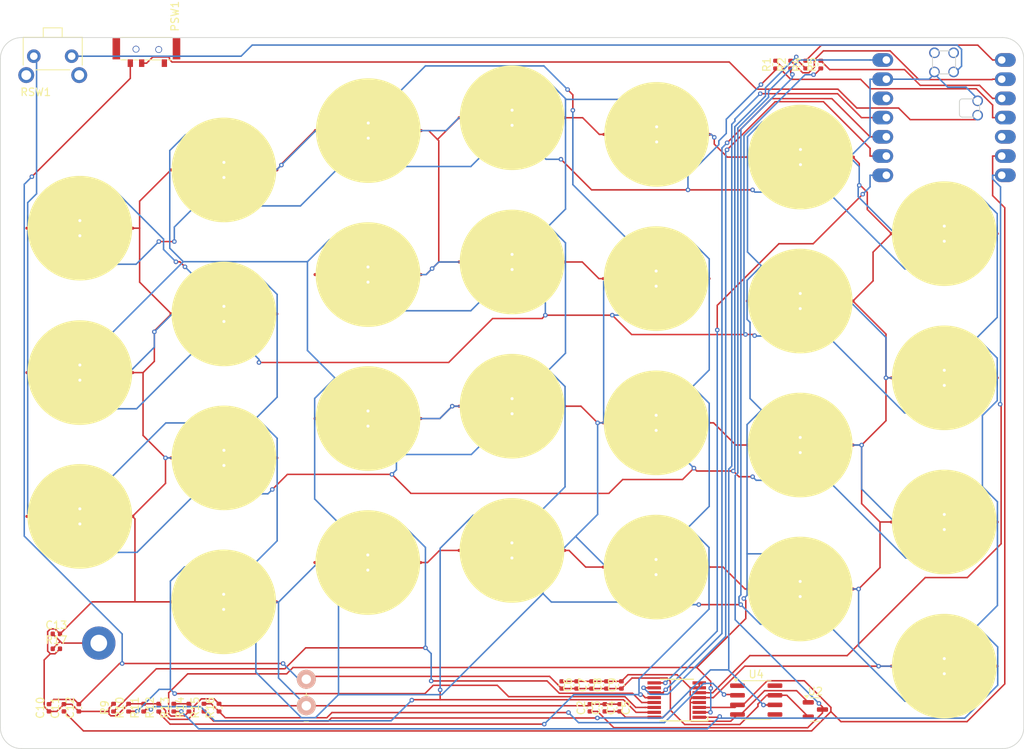
<source format=kicad_pcb>
(kicad_pcb (version 20240108) (generator "pcbnew") (generator_version "8.0")
  (layers (0 "F.Cu" signal) (31 "B.Cu" signal) (34 "B.Paste" user) (35 "F.Paste" user) (36 "B.SilkS" user "B.Silkscreen") (37 "F.SilkS" user "F.Silkscreen") (38 "B.Mask" user) (39 "F.Mask" user) (44 "Edge.Cuts" user))
  (net 0 "")
  (net 1 "VBAT")
  (net 2 "GND")
  (net 3 "+5V")
  (net 4 "APLEX_OUT_PIN")
  (net 5 "GNDPWR")
  (net 6 "BAT+")
  (net 8 "Net-(U5-A11{slash}0.29)")
  (net 9 "STROBE_0")
  (net 10 "STROBE_3")
  (net 11 "Net-(U5-A4{slash}0.03_H)")
  (net 12 "Net-(U5-A2{slash}0.02_H)")
  (net 13 "STROBE_2")
  (net 14 "Net-(U5-A10{slash}0.28)")
  (net 15 "STROBE_1")
  (net 16 "SENSE_4")
  (net 17 "SENSE_5")
  (net 18 "SENSE_3")
  (net 19 "SENSE_2")
  (net 20 "SENSE_0")
  (net 21 "SENSE_1")
  (net 22 "Net-(U4-IN-)")
  (net 23 "ADC")
  (net 24 "RESET")
  (net 25 "AMUX_SEL_2")
  (net 26 "AMUX_SEL_1")
  (net 27 "APLEX_EN_PIN")
  (net 28 "AMUX_SEL_0")
  (footprint "cipulot_parts:ecs_pad_1U_no_ring_autorouter" (layer "F.Cu") (at 189.4133 86.2167 -90)
    (property "Reference" "SW23")
    (property "Value" "EC_SW" (hide yes))
  )
  (footprint "Capacitor_SMD:C_0402_1005Metric" (layer "F.Cu") (at 201.6875 107.02 90)
    (property "Reference" "C3")
    (property "Value" "1u")
  )
  (footprint "cipulot_parts:ecs_pad_1U_no_ring_autorouter" (layer "F.Cu") (at 246.5333 82.4584 90)
    (property "Reference" "SW14")
    (property "Value" "EC_SW" (hide yes))
  )
  (footprint "cipulot_parts:ecs_pad_1U_no_ring_autorouter" (layer "F.Cu") (at 151.3666 73.9834 -90)
    (property "Reference" "SW19")
    (property "Value" "EC_SW" (hide yes))
  )
  (footprint "cipulot_parts:HOLE_M2_RF" (layer "F.Cu") (at 227.5333 43.7167)
    (property "Reference" "H12" (hide yes))
    (property "Value" "Black_Screws" (hide yes))
  )
  (footprint "MountingHole:MountingHole_2.2mm_M2_Pad" (layer "F.Cu") (at 134.8333 98.4667)
    (property "Reference" "H3" (hide yes))
    (property "Value" "Plate_Shield")
  )
  (footprint "cipulot_parts:ecs_pad_1U_no_ring_autorouter" (layer "F.Cu") (at 227.5333 34.2167 -90)
    (property "Reference" "SW3")
    (property "Value" "EC_SW" (hide yes))
  )
  (footprint "cipulot_parts:ecs_pad_1U_no_ring_autorouter" (layer "F.Cu") (at 170.3733 87.8167 -90)
    (property "Reference" "SW24")
    (property "Value" "EC_SW" (hide yes))
  )
  (footprint "cipulot_parts:HOLE_M2_RF" (layer "F.Cu") (at 132.3333 53.0167)
    (property "Reference" "H6" (hide yes))
    (property "Value" "Black_Screws" (hide yes))
  )
  (footprint "Package_TO_SOT_SMD:SOT-23" (layer "F.Cu") (at 229.5 107.25)
    (property "Reference" "U2")
    (property "Value" "XC6206PxxxMR")
  )
  (footprint "cipulot_parts:HOLE_M2_RF" (layer "F.Cu") (at 246.5333 91.9167)
    (property "Reference" "H7" (hide yes))
    (property "Value" "Black_Screws" (hide yes))
  )
  (footprint "Capacitor_SMD:C_0402_1005Metric" (layer "F.Cu") (at 203.6575 107.02 90)
    (property "Reference" "C4")
    (property "Value" "100n")
  )
  (footprint "Resistor_SMD:R_0402_1005Metric" (layer "F.Cu") (at 224.25 21.99 90)
    (property "Reference" "R1")
    (property "Value" "100")
  )
  (footprint "Capacitor_SMD:C_0402_1005Metric" (layer "F.Cu") (at 201.9075 104 90)
    (property "Reference" "C8")
    (property "Value" "100n")
  )
  (footprint "cipulot_parts:ecs_pad_1U_no_ring_autorouter" (layer "F.Cu") (at 132.3333 81.7167 -90)
    (property "Reference" "SW27")
    (property "Value" "EC_SW" (hide yes))
  )
  (footprint "Resistor_SMD:R_0402_1005Metric" (layer "F.Cu") (at 142.76 107 90)
    (property "Reference" "R12")
    (property "Value" "100k")
  )
  (footprint "Resistor_SMD:R_0402_1005Metric" (layer "F.Cu") (at 150.72 107 90)
    (property "Reference" "R16")
    (property "Value" "1k")
  )
  (footprint "cipulot_parts:ecs_pad_1U_no_ring_autorouter" (layer "F.Cu") (at 227.5 53.25 -90)
    (property "Reference" "SW9")
    (property "Value" "EC_SW" (hide yes))
  )
  (footprint "cipulot_parts:HOLE_M2_RF" (layer "F.Cu") (at 170.4333 78.3167)
    (property "Reference" "H10" (hide yes))
    (property "Value" "Silver_Screws" (hide yes))
  )
  (footprint "Capacitor_SMD:C_0402_1005Metric" (layer "F.Cu") (at 129.23 99.22)
    (property "Reference" "R17")
    (property "Value" "330")
  )
  (footprint "cipulot_parts:ecs_pad_1U_no_ring_autorouter" (layer "F.Cu") (at 132.3333 62.7085 -90)
    (property "Reference" "SW28")
    (property "Value" "EC_SW" (hide yes))
  )
  (footprint "cipulot_parts:HOLE_M2_RF" (layer "F.Cu") (at 151.3333 45.4167)
    (property "Reference" "H17" (hide yes))
    (property "Value" "Black_Screws" (hide yes))
  )
  (footprint "Capacitor_SMD:C_0402_1005Metric" (layer "F.Cu") (at 130.23 107.02 90)
    (property "Reference" "C11")
    (property "Value" "220p")
  )
  (footprint "cipulot_parts:HOLE_M2_RF" (layer "F.Cu") (at 151.3333 83.5167)
    (property "Reference" "H2" (hide yes))
    (property "Value" "Black_Screws" (hide yes))
  )
  (footprint "Capacitor_SMD:C_0402_1005Metric" (layer "F.Cu") (at 203.8775 104 90)
    (property "Reference" "C9")
    (property "Value" "1u")
  )
  (footprint "cipulot_parts:ecs_pad_1U_no_ring_autorouter" (layer "F.Cu") (at 189.4333 29.0167 -90)
    (property "Reference" "SW26")
    (property "Value" "EC_SW" (hide yes))
  )
  (footprint "cipulot_parts:ecs_pad_1U_no_ring_autorouter" (layer "F.Cu") (at 189.4333 48.0834 -90)
    (property "Reference" "SW11")
    (property "Value" "EC_SW" (hide yes))
  )
  (footprint "Capacitor_SMD:C_0402_1005Metric" (layer "F.Cu") (at 128.26 107.02 90)
    (property "Reference" "C10")
    (property "Value" "100n")
  )
  (footprint "Resistor_SMD:R_0402_1005Metric" (layer "F.Cu") (at 148.73 107 90)
    (property "Reference" "R15")
    (property "Value" "47k")
  )
  (footprint "cipulot_parts:HOLE_M2_RF" (layer "F.Cu") (at 132.3333 72.1167)
    (property "Reference" "H11" (hide yes))
    (property "Value" "Silver_Screws" (hide yes))
  )
  (footprint "cipulot_parts:HOLE_M2_RF" (layer "F.Cu") (at 189.4333 57.6167)
    (property "Reference" "H15" (hide yes))
    (property "Value" "Black_Screws" (hide yes))
  )
  (footprint "cipulot_parts:ecs_pad_1U_no_ring_autorouter" (layer "F.Cu") (at 208.5333 31.2167 -90)
    (property "Reference" "SW5")
    (property "Value" "EC_SW" (hide yes))
  )
  (footprint "cipulot_parts:ecs_pad_1U_no_ring_autorouter" (layer "F.Cu") (at 189.4333 67.15 -90)
    (property "Reference" "SW17")
    (property "Value" "EC_SW" (hide yes))
  )
  (footprint "Resistor_SMD:R_0402_1005Metric" (layer "F.Cu") (at 138.78 107 90)
    (property "Reference" "R10")
    (property "Value" "100k")
  )
  (footprint "cipulot_parts:ecs_pad_1U_no_ring_autorouter" (layer "F.Cu") (at 227.5 72.2834 -90)
    (property "Reference" "SW15")
    (property "Value" "EC_SW" (hide yes))
  )
  (footprint "cipulot_parts:ecs_pad_1U_no_ring_autorouter" (layer "F.Cu") (at 170.4333 30.7167 -90)
    (property "Reference" "SW4")
    (property "Value" "EC_SW" (hide yes))
  )
  (footprint "Capacitor_SMD:C_0402_1005Metric" (layer "F.Cu") (at 195.9975 104 90)
    (property "Reference" "C5")
    (property "Value" "100n")
  )
  (footprint "Package_SO:SOIC-8_3.9x4.9mm_P1.27mm" (layer "F.Cu") (at 221.6875 106)
    (property "Reference" "U4")
    (property "Value" "OPA350")
  )
  (footprint "Capacitor_SMD:C_0402_1005Metric" (layer "F.Cu") (at 199.9375 104 90)
    (property "Reference" "C7")
    (property "Value" "100n")
  )
  (footprint "TOTEMlib:BatteryPad" (layer "F.Cu") (at 162.25 103.25)
    (property "Reference" "BAT+1" (hide yes))
    (property "Value" "+")
  )
  (footprint "cipulot_parts:HOLE_M2_RF" (layer "F.Cu") (at 246.5333 53.8167)
    (property "Reference" "H1" (hide yes))
    (property "Value" "Black_Screws" (hide yes))
  )
  (footprint "cipulot_parts:ecs_pad_1U_no_ring_autorouter" (layer "F.Cu") (at 151.3666 54.95 -90)
    (property "Reference" "SW13")
    (property "Value" "EC_SW" (hide yes))
  )
  (footprint "cipulot_parts:ecs_pad_1U_no_ring_autorouter" (layer "F.Cu") (at 170.4 49.75 -90)
    (property "Reference" "SW12")
    (property "Value" "EC_SW" (hide yes))
  )
  (footprint "Capacitor_SMD:C_0402_1005Metric" (layer "F.Cu") (at 197.9675 104 90)
    (property "Reference" "C6")
    (property "Value" "100n")
  )
  (footprint "cipulot_parts:ecs_pad_1U_no_ring_autorouter" (layer "F.Cu") (at 151.3333 93.0167 -90)
    (property "Reference" "SW25")
    (property "Value" "EC_SW" (hide yes))
  )
  (footprint "cipulot_parts:HOLE_M2_RF" (layer "F.Cu") (at 189.4333 38.5167)
    (property "Reference" "H14" (hide yes))
    (property "Value" "Black_Screws" (hide yes))
  )
  (footprint "cipulot_parts:ecs_pad_1U_no_ring_autorouter" (layer "F.Cu") (at 246.5333 44.3408 -90)
    (property "Reference" "SW2")
    (property "Value" "EC_SW" (hide yes))
  )
  (footprint "Capacitor_SMD:C_0402_1005Metric" (layer "F.Cu") (at 199.7175 107.02 90)
    (property "Reference" "C2")
    (property "Value" "1u")
  )
  (footprint "cipulot_parts:TSSOP16" (layer "F.Cu") (at 211.1875 106 90)
    (property "Reference" "U3")
    (property "Value" "74HC4051")
  )
  (footprint "Resistor_SMD:R_0402_1005Metric" (layer "F.Cu") (at 140.77 107 90)
    (property "Reference" "R11")
    (property "Value" "100k")
  )
  (footprint "Resistor_SMD:R_0402_1005Metric" (layer "F.Cu") (at 228.23 21.99 90)
    (property "Reference" "R4")
    (property "Value" "100")
  )
  (footprint "cipulot_parts:HOLE_M2_RF" (layer "F.Cu") (at 170.4333 40.2167)
    (property "Reference" "H5" (hide yes))
    (property "Value" "Black_Screws" (hide yes))
  )
  (footprint "cipulot_parts:ecs_pad_1U_no_ring_autorouter" (layer "F.Cu") (at 246.5333 63.3994 -90)
    (property "Reference" "SW8")
    (property "Value" "EC_SW" (hide yes))
  )
  (footprint "TOTEMlib:BatteryPad" (layer "F.Cu") (at 162.25 106.75)
    (property "Reference" "BATGND1" (hide yes))
    (property "Value" "-")
  )
  (footprint "cipulot_parts:HOLE_M2_RF" (layer "F.Cu") (at 208.4333 78.9167)
    (property "Reference" "H9" (hide yes))
    (property "Value" "Silver_Screws" (hide yes))
  )
  (footprint "cipulot_parts:ecs_pad_1U_no_ring_autorouter" (layer "F.Cu") (at 208.4666 50.2834 -90)
    (property "Reference" "SW10")
    (property "Value" "EC_SW" (hide yes))
  )
  (footprint "cipulot_parts:ecs_pad_1U_no_ring_autorouter" (layer "F.Cu") (at 208.4533 88.4167 -90)
    (property "Reference" "SW22")
    (property "Value" "EC_SW" (hide yes))
  )
  (footprint "cipulot_parts:ecs_pad_1U_no_ring_autorouter" (layer "F.Cu") (at 246.5333 101.5167 -90)
    (property "Reference" "SW20")
    (property "Value" "EC_SW" (hide yes))
  )
  (footprint "cipulot_parts:ecs_pad_1U_no_ring_autorouter" (layer "F.Cu") (at 170.4 68.7834 -90)
    (property "Reference" "SW18")
    (property "Value" "EC_SW" (hide yes))
  )
  (footprint "cipulot_parts:ecs_pad_1U_no_ring_autorouter" (layer "F.Cu") (at 227.4933 91.3167 -90)
    (property "Reference" "SW21")
    (property "Value" "EC_SW" (hide yes))
  )
  (footprint "cipulot_parts:HOLE_M2_RF" (layer "F.Cu") (at 227.5333 81.8167)
    (property "Reference" "H13" (hide yes))
    (property "Value" "Black_Screws" (hide yes))
  )
  (footprint "TOTEMlib:MSK12C02" (layer "F.Cu") (at 145 18.6 -90)
    (property "Reference" "PSW1")
    (property "Value" "SW_SPDT" (hide yes))
  )
  (footprint "cipulot_parts:ecs_pad_1U_no_ring_autorouter" (layer "F.Cu") (at 151.3666 35.9167 -90)
    (property "Reference" "SW6")
    (property "Value" "EC_SW" (hide yes))
  )
  (footprint "cipulot_parts:HOLE_M2_RF" (layer "F.Cu") (at 208.4333 40.8167)
    (property "Reference" "H4" (hide yes))
    (property "Value" "Black_Screws" (hide yes))
  )
  (footprint "Resistor_SMD:R_0402_1005Metric" (layer "F.Cu") (at 146.74 107 90)
    (property "Reference" "R14")
    (property "Value" "100k")
  )
  (footprint "cipulot_parts:ecs_pad_1U_no_ring_autorouter" (layer "F.Cu") (at 132.3333 43.6167 -90)
    (property "Reference" "SW7")
    (property "Value" "EC_SW" (hide yes))
  )
  (footprint "cipulot_parts:ecs_pad_1U_no_ring_autorouter" (layer "F.Cu") (at 208.4666 69.35 -90)
    (property "Reference" "SW16")
    (property "Value" "EC_SW" (hide yes))
  )
  (footprint "Capacitor_SMD:C_0402_1005Metric" (layer "F.Cu") (at 129.23 97.25)
    (property "Reference" "C13")
    (property "Value" "100n")
  )
  (footprint "Capacitor_SMD:C_0402_1005Metric" (layer "F.Cu") (at 132.2 107.02 90)
    (property "Reference" "C12")
    (property "Value" "100n")
  )
  (footprint "cipulot_parts:HOLE_M2_RF" (layer "F.Cu") (at 246.5333 72.9167)
    (property "Reference" "H8" (hide yes))
    (property "Value" "Black_Screws" (hide yes))
  )
  (footprint "cipulot_parts:HOLE_M2_RF" (layer "F.Cu") (at 189.4333 76.7167)
    (property "Reference" "H16" (hide yes))
    (property "Value" "Black_Screws" (hide yes))
  )
  (footprint "Resistor_SMD:R_0402_1005Metric" (layer "F.Cu") (at 230.22 21.99 90)
    (property "Reference" "R5")
    (property "Value" "100")
  )
  (footprint "Resistor_SMD:R_0402_1005Metric" (layer "F.Cu") (at 136.79 107 90)
    (property "Reference" "R9")
    (property "Value" "100k")
  )
  (footprint "Resistor_SMD:R_0402_1005Metric" (layer "F.Cu") (at 144.75 107 90)
    (property "Reference" "R13")
    (property "Value" "100k")
  )
  (footprint "Resistor_SMD:R_0402_1005Metric" (layer "F.Cu") (at 226.24 21.99 90)
    (property "Reference" "R2")
    (property "Value" "100")
  )
  (footprint "TOTEMlib:SKHLLCA010" (layer "F.Cu") (at 128.75 22.13)
    (property "Reference" "RSW1")
    (property "Value" "SW_Push")
  )
  (footprint "TOTEMlib:xiao-ble-smd-cutout" (layer "B.Cu") (at 246.5 29 180)
    (property "Reference" "U5" (hide yes))
    (property "Value" "xiao-ble" (hide yes))
    (fp_line (start 1.524 8.1402) (end 1.524 6.4638) (stroke (width 0.12)) (layer "Edge.Cuts"))
    (fp_line (start 0.8382 8.826) (end -0.8382 8.826) (stroke (width 0.12)) (layer "Edge.Cuts"))
    (fp_line (start 0.8382 5.778) (end -0.8382 5.778) (stroke (width 0.12)) (layer "Edge.Cuts"))
    (fp_line (start -1.524 8.1402) (end -1.524 6.4638) (stroke (width 0.12)) (layer "Edge.Cuts"))
    (fp_line (start -2.032 0.444) (end -2.032 2.095) (stroke (width 0.12)) (layer "Edge.Cuts"))
    (fp_line (start -2.413 2.476) (end -4.0132 2.476) (stroke (width 0.12)) (layer "Edge.Cuts"))
    (fp_line (start -4.0132 0.063) (end -2.413 0.063) (stroke (width 0.12)) (layer "Edge.Cuts"))
    (fp_line (start -4.699 1.7902) (end -4.699 0.7488) (stroke (width 0.12)) (layer "Edge.Cuts"))
    (fp_arc (start 1.524 6.4638) (mid 0.920391 6.381609) (end 0.8382 5.778) (stroke (width 0.12)) (layer "Edge.Cuts"))
    (fp_arc (start 0.8382 8.826) (mid 0.920393 8.222393) (end 1.524 8.1402) (stroke (width 0.12)) (layer "Edge.Cuts"))
    (fp_arc (start -0.8382 5.778) (mid -0.920391 6.381609) (end -1.524 6.4638) (stroke (width 0.12)) (layer "Edge.Cuts"))
    (fp_arc (start -1.524 8.1402) (mid -0.920391 8.222391) (end -0.8382 8.826) (stroke (width 0.12)) (layer "Edge.Cuts"))
    (fp_arc (start -2.032 2.095) (mid -2.143592 2.364408) (end -2.413 2.476) (stroke (width 0.12)) (layer "Edge.Cuts"))
    (fp_arc (start -2.413 0.063) (mid -2.143592 0.174592) (end -2.032 0.444) (stroke (width 0.12)) (layer "Edge.Cuts"))
    (fp_arc (start -4.0132 0.063) (mid -4.095391 0.666609) (end -4.699 0.7488) (stroke (width 0.12)) (layer "Edge.Cuts"))
    (fp_arc (start -4.699 1.7902) (mid -4.095391 1.872391) (end -4.0132 2.476) (stroke (width 0.12)) (layer "Edge.Cuts"))
  )
  (gr_line (start 257.0333 109.6167) (end 257.0333 21.2167) (stroke (width 0.1)) (layer "Edge.Cuts"))
  (gr_arc (start 254.2333 18.4167) (mid 256.213199 19.236801) (end 257.0333 21.2167) (stroke (width 0.1)) (layer "Edge.Cuts"))
  (gr_line (start 124.6333 112.4167) (end 254.2333 112.4167) (stroke (width 0.1)) (layer "Edge.Cuts"))
  (gr_line (start 254.2333 18.4167) (end 124.6333 18.4167) (stroke (width 0.1)) (layer "Edge.Cuts"))
  (gr_arc (start 124.6333 112.4167) (mid 122.653401 111.596599) (end 121.8333 109.6167) (stroke (width 0.1)) (layer "Edge.Cuts"))
  (gr_arc (start 257.0333 109.6167) (mid 256.213199 111.596599) (end 254.2333 112.4167) (stroke (width 0.1)) (layer "Edge.Cuts"))
  (gr_line (start 121.8333 21.2167) (end 121.8333 109.6167) (stroke (width 0.1)) (layer "Edge.Cuts"))
  (gr_arc (start 121.8333 21.2167) (mid 122.653401 19.236801) (end 124.6333 18.4167) (stroke (width 0.1)) (layer "Edge.Cuts"))
  (segment (start 162.6305 102.8695) (end 162.25 103.25) (width 0.2) (layer "F.Cu") (net 1))
  (segment (start 209.9085 103.0875) (end 210.3459 103.5249) (width 0.2) (layer "F.Cu") (net 1))
  (segment (start 128.26 106.54) (end 128.8807 105.9193) (width 0.2) (layer "F.Cu") (net 1))
  (segment (start 137.9228 101.1664) (end 137.9223 101.1659) (width 0.2) (layer "F.Cu") (net 1))
  (segment (start 205.27 103.0875) (end 209.9085 103.0875) (width 0.2) (layer "F.Cu") (net 1))
  (segment (start 203.8775 104.48) (end 205.27 103.0875) (width 0.2) (layer "F.Cu") (net 1))
  (segment (start 132.2 106.54) (end 137.5741 101.1659) (width 0.2) (layer "F.Cu") (net 1))
  (segment (start 210.3459 103.5249) (end 210.3459 107.3313) (width 0.2) (layer "F.Cu") (net 1))
  (segment (start 139 21.8) (end 139 23.8073) (width 0.2) (layer "F.Cu") (net 1))
  (segment (start 210.3459 107.3313) (end 209.4039 108.2733) (width 0.2) (layer "F.Cu") (net 1))
  (segment (start 194.387 102.8695) (end 162.6305 102.8695) (width 0.2) (layer "F.Cu") (net 1))
  (segment (start 201.9075 104.48) (end 203.8775 104.48) (width 0.2) (layer "F.Cu") (net 1))
  (segment (start 128.8807 105.9193) (end 131.5793 105.9193) (width 0.2) (layer "F.Cu") (net 1))
  (segment (start 219.5278 109.2279) (end 221.9177 106.838) (width 0.2) (layer "F.Cu") (net 1))
  (segment (start 225.7275 105.365) (end 228.5625 108.2) (width 0.2) (layer "F.Cu") (net 1))
  (segment (start 224.1625 105.365) (end 225.7275 105.365) (width 0.2) (layer "F.Cu") (net 1))
  (segment (start 131.5793 105.9193) (end 132.2 106.54) (width 0.2) (layer "F.Cu") (net 1))
  (segment (start 137.5741 101.1659) (end 137.9223 101.1659) (width 0.2) (layer "F.Cu") (net 1))
  (segment (start 139 23.8073) (end 125.9948 36.8125) (width 0.2) (layer "F.Cu") (net 1))
  (segment (start 203.6575 107.5) (end 201.6875 107.5) (width 0.2) (layer "F.Cu") (net 1))
  (segment (start 208.2132 108.2733) (end 207.0225 108.2733) (width 0.2) (layer "F.Cu") (net 1))
  (segment (start 201.9075 104.48) (end 199.9375 104.48) (width 0.2) (layer "F.Cu") (net 1))
  (segment (start 199.9375 104.48) (end 197.9675 104.48) (width 0.2) (layer "F.Cu") (net 1))
  (segment (start 208.2132 108.2733) (end 209.4039 108.2733) (width 0.2) (layer "F.Cu") (net 1))
  (segment (start 210.3459 107.3313) (end 212.2425 109.2279) (width 0.2) (layer "F.Cu") (net 1))
  (segment (start 204.4308 108.2733) (end 203.6575 107.5) (width 0.2) (layer "F.Cu") (net 1))
  (segment (start 195.9975 104.48) (end 194.387 102.8695) (width 0.2) (layer "F.Cu") (net 1))
  (segment (start 221.9177 106.838) (end 221.9177 106.5207) (width 0.2) (layer "F.Cu") (net 1))
  (segment (start 159.1791 101.1664) (end 137.9228 101.1664) (width 0.2) (layer "F.Cu") (net 1))
  (segment (start 197.9675 104.48) (end 195.9975 104.48) (width 0.2) (layer "F.Cu") (net 1))
  (segment (start 221.9177 106.5207) (end 223.0734 105.365) (width 0.2) (layer "F.Cu") (net 1))
  (segment (start 207.0225 108.2733) (end 204.4308 108.2733) (width 0.2) (layer "F.Cu") (net 1))
  (segment (start 223.0734 105.365) (end 224.1625 105.365) (width 0.2) (layer "F.Cu") (net 1))
  (segment (start 212.2425 109.2279) (end 219.5278 109.2279) (width 0.2) (layer "F.Cu") (net 1))
  (via (at 159.1791 101.1664) (size 0.6) (drill 0.3) (layers "F.Cu" "B.Cu") (net 1))
  (via (at 125.9948 36.8125) (size 0.6) (drill 0.3) (layers "F.Cu" "B.Cu") (net 1))
  (via (at 137.9223 101.1659) (size 0.6) (drill 0.3) (layers "F.Cu" "B.Cu") (net 1))
  (segment (start 162.25 103.25) (end 161.2627 103.25) (width 0.2) (layer "B.Cu") (net 1))
  (segment (start 161.2627 103.25) (end 159.1791 101.1664) (width 0.2) (layer "B.Cu") (net 1))
  (segment (start 137.9223 97.2547) (end 124.9884 84.3208) (width 0.2) (layer "B.Cu") (net 1))
  (segment (start 124.9884 37.8189) (end 125.9948 36.8125) (width 0.2) (layer "B.Cu") (net 1))
  (segment (start 124.9884 84.3208) (end 124.9884 37.8189) (width 0.2) (layer "B.Cu") (net 1))
  (segment (start 137.9223 101.1659) (end 137.9223 97.2547) (width 0.2) (layer "B.Cu") (net 1))
  (segment (start 239.5624 44.3408) (end 236.3614 41.1398) (width 0.2) (layer "F.Cu") (net 2))
  (segment (start 199.1548 88.4167) (end 208.4533 88.4167) (width 0.2) (layer "F.Cu") (net 2))
  (segment (start 150.72 106.49) (end 150.0679 105.8379) (width 0.2) (layer "F.Cu") (net 2))
  (segment (start 136.1678 107.1122) (end 136.1678 107.5) (width 0.2) (layer "F.Cu") (net 2))
  (segment (start 143.6496 73.9834) (end 151.3666 73.9834) (width 0.2) (layer "F.Cu") (net 2))
  (segment (start 129.2833 107.5) (end 128.26 107.5) (width 0.2) (layer "F.Cu") (net 2))
  (segment (start 129.0508 99.8792) (end 129.71 99.22) (width 0.2) (layer "F.Cu") (net 2))
  (segment (start 227.5 72.2834) (end 218.982 72.2834) (width 0.2) (layer "F.Cu") (net 2))
  (segment (start 199.5075 106.75) (end 199.7175 106.54) (width 0.2) (layer "F.Cu") (net 2))
  (segment (start 136.1678 107.5) (end 136.1678 107.8261) (width 0.2) (layer "F.Cu") (net 2))
  (segment (start 128.438 99.8792) (end 129.0508 99.8792) (width 0.2) (layer "F.Cu") (net 2))
  (segment (start 214.1618 103.7267) (end 214.1618 104.3769) (width 0.2) (layer "F.Cu") (net 2))
  (segment (start 189.4333 67.15) (end 198.5343 67.15) (width 0.2) (layer "F.Cu") (net 2))
  (segment (start 214.1618 106.3226) (end 212.9711 106.3226) (width 0.2) (layer "F.Cu") (net 2))
  (segment (start 218.982 72.2834) (end 216.0486 69.35) (width 0.2) (layer "F.Cu") (net 2))
  (segment (start 222.7963 104.7569) (end 219.6482 107.905) (width 0.2) (layer "F.Cu") (net 2))
  (segment (start 179.58 31.8855) (end 179.747 32.0525) (width 0.2) (layer "F.Cu") (net 2))
  (segment (start 170.4 49.75) (end 178.0804 49.75) (width 0.2) (layer "F.Cu") (net 2))
  (segment (start 217.866 34.2167) (end 227.5333 34.2167) (width 0.2) (layer "F.Cu") (net 2))
  (segment (start 150.0679 105.8379) (end 148.3878 105.8379) (width 0.2) (layer "F.Cu") (net 2))
  (segment (start 129.71 97.25) (end 129.0507 96.5907) (width 0.2) (layer "F.Cu") (net 2))
  (segment (start 236.3614 41.1398) (end 236.3614 38.8763) (width 0.2) (layer "F.Cu") (net 2))
  (segment (start 198.7565 29.0167) (end 200.9565 31.2167) (width 0.2) (layer "F.Cu") (net 2))
  (segment (start 136.79 106.49) (end 136.1678 107.1122) (width 0.2) (layer "F.Cu") (net 2))
  (segment (start 178.8682 48.9622) (end 179.747 48.0834) (width 0.2) (layer "F.Cu") (net 2))
  (segment (start 238.8282 63.3994) (end 238.8282 57.6191) (width 0.2) (layer "F.Cu") (net 2))
  (segment (start 234.4403 34.2167) (end 235.2969 35.0733) (width 0.2) (layer "F.Cu") (net 2))
  (segment (start 227.4933 91.3167) (end 235.2113 91.3167) (width 0.2) (layer "F.Cu") (net 2))
  (segment (start 214.1618 104.3769) (end 212.9711 104.3769) (width 0.2) (layer "F.Cu") (net 2))
  (segment (start 179.894 68.7834) (end 181.5274 67.15) (width 0.2) (layer "F.Cu") (net 2))
  (segment (start 235.2969 35.0733) (end 235.2969 37.9551) (width 0.2) (layer "F.Cu") (net 2))
  (segment (start 151.3666 54.95) (end 144.4283 54.95) (width 0.2) (layer "F.Cu") (net 2))
  (segment (start 147.1992 106.9492) (end 146.74 106.49) (width 0.2) (layer "F.Cu") (net 2))
  (segment (start 216.0154 105.6774) (end 220.1761 101.5167) (width 0.2) (layer "F.Cu") (net 2))
  (segment (start 179.58 31.8855) (end 182.4488 29.0167) (width 0.2) (layer "F.Cu") (net 2))
  (segment (start 142.1748 57.3173) (end 142.1748 61.2158) (width 0.2) (layer "F.Cu") (net 2))
  (segment (start 212.9711 104.3769) (end 211.241 102.6468) (width 0.2) (layer "F.Cu") (net 2))
  (segment (start 136.1678 107.5) (end 132.2 107.5) (width 0.2) (layer "F.Cu") (net 2))
  (segment (start 147.2765 106.9492) (end 147.3911 107.0638) (width 0.2) (layer "F.Cu") (net 2))
  (segment (start 216.146 31.6117) (end 216.146 32.4967) (width 0.2) (layer "F.Cu") (net 2))
  (segment (start 204.7507 102.6468) (end 203.8775 103.52) (width 0.2) (layer "F.Cu") (net 2))
  (segment (start 239.5624 44.3408) (end 237.1239 46.7793) (width 0.2) (layer "F.Cu") (net 2))
  (segment (start 170.4333 30.7167) (end 178.4112 30.7167) (width 0.2) (layer "F.Cu") (net 2))
  (segment (start 200.9565 31.2167) (end 208.5333 31.2167) (width 0.2) (layer "F.Cu") (net 2))
  (segment (start 151.3333 93.0167) (end 139.6119 93.0167) (width 0.2) (layer "F.Cu") (net 2))
  (segment (start 201.6875 106.54) (end 203.6575 106.54) (width 0.2) (layer "F.Cu") (net 2))
  (segment (start 179.8523 86.2167) (end 178.2523 87.8167) (width 0.2) (layer "F.Cu") (net 2))
  (segment (start 130.23 106.5533) (end 131.2533 106.5533) (width 0.2) (layer "F.Cu") (net 2))
  (segment (start 212.9711 105.9392) (end 212.9711 106.3226) (width 0.2) (layer "F.Cu") (net 2))
  (segment (start 208.4666 69.35) (end 200.7343 69.35) (width 0.2) (layer "F.Cu") (net 2))
  (segment (start 220.2121 91.3167) (end 217.3121 88.4167) (width 0.2) (layer "F.Cu") (net 2))
  (segment (start 235.6129 72.2834) (end 227.5 72.2834) (width 0.2) (layer "F.Cu") (net 2))
  (segment (start 128.26 107.5) (end 127.618 106.858) (width 0.2) (layer "F.Cu") (net 2))
  (segment (start 130.23 106.5533) (end 130.23 106.54) (width 0.2) (layer "F.Cu") (net 2))
  (segment (start 136.4239 108.0822) (end 137.1878 108.0822) (width 0.2) (layer "F.Cu") (net 2))
  (segment (start 238.0426 82.4584) (end 246.5333 82.4584) (width 0.2) (layer "F.Cu") (net 2))
  (segment (start 182.4488 29.0167) (end 189.4333 29.0167) (width 0.2) (layer "F.Cu") (net 2))
  (segment (start 137.1878 108.0822) (end 138.78 106.49) (width 0.2) (layer "F.Cu") (net 2))
  (segment (start 198.5343 67.15) (end 200.7343 69.35) (width 0.2) (layer "F.Cu") (net 2))
  (segment (start 181.5274 67.15) (end 189.4333 67.15) (width 0.2) (layer "F.Cu") (net 2))
  (segment (start 211.241 102.6468) (end 204.7507 102.6468) (width 0.2) (layer "F.Cu") (net 2))
  (segment (start 128.0779 99.5191) (end 128.438 99.8792) (width 0.2) (layer "F.Cu") (net 2))
  (segment (start 199.9375 103.52) (end 201.9075 103.52) (width 0.2) (layer "F.Cu") (net 2))
  (segment (start 139.6119 93.0167) (end 139.6119 82.0495) (width 0.2) (layer "F.Cu") (net 2))
  (segment (start 140.2276 40.0513) (end 144.3622 35.9167) (width 0.2) (layer "F.Cu") (net 2))
  (segment (start 163.382 30.7167) (end 158.9582 35.1405) (width 0.2) (layer "F.Cu") (net 2))
  (segment (start 140.6821 71.0159) (end 143.6496 73.9834) (width 0.2) (layer "F.Cu") (net 2))
  (segment (start 143.6637 107.9879) (end 143.6637 107.3937) (width 0.2) (layer "F.Cu") (net 2))
  (segment (start 170.4333 30.7167) (end 163.382 30.7167) (width 0.2) (layer "F.Cu") (net 2))
  (segment (start 237.1239 46.7793) (end 237.1239 50.5852) (width 0.2) (layer "F.Cu") (net 2))
  (segment (start 212.9711 105.4156) (end 212.9711 104.3769) (width 0.2) (layer "F.Cu") (net 2))
  (segment (start 179.747 32.0525) (end 179.747 48.0834) (width 0.2) (layer "F.Cu") (net 2))
  (segment (start 227.4933 91.3167) (end 220.2121 91.3167) (width 0.2) (layer "F.Cu") (net 2))
  (segment (start 189.4133 86.2167) (end 196.9548 86.2167) (width 0.2) (layer "F.Cu") (net 2))
  (segment (start 213.5665 105.6774) (end 213.2329 105.6774) (width 0.2) (layer "F.Cu") (net 2))
  (segment (start 143.6637 107.3937) (end 142.76 106.49) (width 0.2) (layer "F.Cu") (net 2))
  (segment (start 147.2765 106.9492) (end 147.1992 106.9492) (width 0.2) (layer "F.Cu") (net 2))
  (segment (start 139.6119 93.0167) (end 133.9433 93.0167) (width 0.2) (layer "F.Cu") (net 2))
  (segment (start 142.1748 57.2035) (end 142.1748 57.3173) (width 0.2) (layer "F.Cu") (net 2))
  (segment (start 237.8549 101.5167) (end 246.5333 101.5167) (width 0.2) (layer "F.Cu") (net 2))
  (segment (start 146.6435 108.5498) (end 144.2256 108.5498) (width 0.2) (layer "F.Cu") (net 2))
  (segment (start 140.6821 62.7085) (end 132.3333 62.7085) (width 0.2) (layer "F.Cu") (net 2))
  (segment (start 131.2533 106.5533) (end 132.2 107.5) (width 0.2) (layer "F.Cu") (net 2))
  (segment (start 140.6821 62.7085) (end 140.6821 71.0159) (width 0.2) (layer "F.Cu") (net 2))
  (segment (start 162.25 106.75) (end 199.5075 106.75) (width 0.2) (layer "F.Cu") (net 2))
  (segment (start 201.9075 103.52) (end 203.8775 103.52) (width 0.2) (layer "F.Cu") (net 2))
  (segment (start 189.4333 29.0167) (end 198.7565 29.0167) (width 0.2) (layer "F.Cu") (net 2))
  (segment (start 144.4283 54.95) (end 142.1748 57.2035) (width 0.2) (layer "F.Cu") (net 2))
  (segment (start 140.2276 43.6167) (end 132.3333 43.6167) (width 0.2) (layer "F.Cu") (net 2))
  (segment (start 189.4333 48.0834) (end 198.7065 48.0834) (width 0.2) (layer "F.Cu") (net 2))
  (segment (start 196.9548 86.2167) (end 199.1548 88.4167) (width 0.2) (layer "F.Cu") (net 2))
  (segment (start 235.6129 72.2834) (end 235.6129 80.0287) (width 0.2) (layer "F.Cu") (net 2))
  (segment (start 236.3614 38.8763) (end 235.4402 37.9551) (width 0.2) (layer "F.Cu") (net 2))
  (segment (start 139.2791 81.7167) (end 143.6496 77.3462) (width 0.2) (layer "F.Cu") (net 2))
  (segment (start 214.1618 105.6774) (end 216.0154 105.6774) (width 0.2) (layer "F.Cu") (net 2))
  (segment (start 129.0507 96.5907) (end 128.4426 96.5907) (width 0.2) (layer "F.Cu") (net 2))
  (segment (start 216.0486 69.35) (end 208.4666 69.35) (width 0.2) (layer "F.Cu") (net 2))
  (segment (start 162.25 106.75) (end 150.98 106.75) (width 0.2) (layer "F.Cu") (net 2))
  (segment (start 140.2276 43.6167) (end 140.2276 40.0513) (width 0.2) (layer "F.Cu") (net 2))
  (segment (start 133.9433 93.0167) (end 129.71 97.25) (width 0.2) (layer "F.Cu") (net 2))
  (segment (start 227.0194 104.7569) (end 222.7963 104.7569) (width 0.2) (layer "F.Cu") (net 2))
  (segment (start 178.4112 30.7167) (end 179.58 31.8855) (width 0.2) (layer "F.Cu") (net 2))
  (segment (start 198.7065 48.0834) (end 200.9065 50.2834) (width 0.2) (layer "F.Cu") (net 2))
  (segment (start 212.9711 108.664) (end 212.9711 106.3226) (width 0.2) (layer "F.Cu") (net 2))
  (segment (start 220.1761 101.5167) (end 237.8549 101.5167) (width 0.2) (layer "F.Cu") (net 2))
  (segment (start 128.4426 96.5907) (end 128.0779 96.9554) (width 0.2) (layer "F.Cu") (net 2))
  (segment (start 216.146 31.6117) (end 215.751 31.2167) (width 0.2) (layer "F.Cu") (net 2))
  (segment (start 219.6482 107.905) (end 219.2125 107.905) (width 0.2) (layer "F.Cu") (net 2))
  (segment (start 178.0804 49.75) (end 178.8682 48.9622) (width 0.2) (layer "F.Cu") (net 2))
  (segment (start 158.3088 35.9167) (end 151.3666 35.9167) (width 0.2) (layer "F.Cu") (net 2))
  (segment (start 142.76 106.49) (end 140.77 106.49) (width 0.2) (layer "F.Cu") (net 2))
  (segment (start 189.4133 86.2167) (end 179.8523 86.2167) (width 0.2) (layer "F.Cu") (net 2))
  (segment (start 143.6496 77.3462) (end 143.6496 73.9834) (width 0.2) (layer "F.Cu") (net 2))
  (segment (start 199.7175 106.54) (end 201.6875 106.54) (width 0.2) (layer "F.Cu") (net 2))
  (segment (start 197.9675 103.52) (end 195.9975 103.52) (width 0.2) (layer "F.Cu") (net 2))
  (segment (start 228.5625 106.3) (end 227.0194 104.7569) (width 0.2) (layer "F.Cu") (net 2))
  (segment (start 140.77 106.49) (end 138.78 106.49) (width 0.2) (layer "F.Cu") (net 2))
  (segment (start 139.6119 82.0495) (end 139.2791 81.7167) (width 0.2) (layer "F.Cu") (net 2))
  (segment (start 200.9065 50.2834) (end 208.4666 50.2834) (width 0.2) (layer "F.Cu") (net 2))
  (segment (start 216.146 32.4967) (end 217.866 34.2167) (width 0.2) (layer "F.Cu") (net 2))
  (segment (start 235.4402 37.9551) (end 235.2969 37.9551) (width 0.2) (layer "F.Cu") (net 2))
  (segment (start 234.4591 53.25) (end 227.5 53.25) (width 0.2) (layer "F.Cu") (net 2))
  (segment (start 219.2125 107.905) (end 218.3169 108.8006) (width 0.2) (layer "F.Cu") (net 2))
  (segment (start 227.5333 34.2167) (end 234.4403 34.2167) (width 0.2) (layer "F.Cu") (net 2))
  (segment (start 238.8282 63.3994) (end 238.8282 69.0681) (width 0.2) (layer "F.Cu") (net 2))
  (segment (start 140.2276 50.7493) (end 140.2276 43.6167) (width 0.2) (layer "F.Cu") (net 2))
  (segment (start 237.1239 50.5852) (end 234.4591 53.25) (width 0.2) (layer "F.Cu") (net 2))
  (segment (start 144.2256 108.5498) (end 143.6637 107.9879) (width 0.2) (layer "F.Cu") (net 2))
  (segment (start 199.9375 103.52) (end 197.9675 103.52) (width 0.2) (layer "F.Cu") (net 2))
  (segment (start 218.3169 108.8006) (end 213.1077 108.8006) (width 0.2) (layer "F.Cu") (net 2))
  (segment (start 144.3622 35.9167) (end 151.3666 35.9167) (width 0.2) (layer "F.Cu") (net 2))
  (segment (start 146.74 106.49) (end 144.75 106.49) (width 0.2) (layer "F.Cu") (net 2))
  (segment (start 178.2523 87.8167) (end 170.3733 87.8167) (width 0.2) (layer "F.Cu") (net 2))
  (segment (start 148.3878 105.8379) (end 147.2765 106.9492) (width 0.2) (layer "F.Cu") (net 2))
  (segment (start 128.0779 96.9554) (end 128.0779 99.5191) (width 0.2) (layer "F.Cu") (net 2))
  (segment (start 239.5624 44.3408) (end 246.5333 44.3408) (width 0.2) (layer "F.Cu") (net 2))
  (segment (start 127.618 106.858) (end 127.618 100.6992) (width 0.2) (layer "F.Cu") (net 2))
  (segment (start 215.751 31.2167) (end 208.5333 31.2167) (width 0.2) (layer "F.Cu") (net 2))
  (segment (start 213.1077 108.8006) (end 212.9711 108.664) (width 0.2) (layer "F.Cu") (net 2))
  (segment (start 139.2791 81.7167) (end 132.3333 81.7167) (width 0.2) (layer "F.Cu") (net 2))
  (segment (start 158.9582 35.1405) (end 158.9582 35.2673) (width 0.2) (layer "F.Cu") (net 2))
  (segment (start 214.1618 105.6774) (end 213.5665 105.6774) (width 0.2) (layer "F.Cu") (net 2))
  (segment (start 238.0426 82.4584) (end 238.0426 88.4854) (width 0.2) (layer "F.Cu") (net 2))
  (segment (start 136.1678 107.8261) (end 136.4239 108.0822) (width 0.2) (layer "F.Cu") (net 2))
  (segment (start 217.3121 88.4167) (end 208.4533 88.4167) (width 0.2) (layer "F.Cu") (net 2))
  (segment (start 235.6129 80.0287) (end 238.0426 82.4584) (width 0.2) (layer "F.Cu") (net 2))
  (segment (start 213.2329 105.6774) (end 212.9711 105.9392) (width 0.2) (layer "F.Cu") (net 2))
  (segment (start 144.4283 54.95) (end 140.2276 50.7493) (width 0.2) (layer "F.Cu") (net 2))
  (segment (start 127.618 100.6992) (end 128.438 99.8792) (width 0.2) (layer "F.Cu") (net 2))
  (segment (start 142.1748 61.2158) (end 140.6821 62.7085) (width 0.2) (layer "F.Cu") (net 2))
  (segment (start 150.98 106.75) (end 150.72 106.49) (width 0.2) (layer "F.Cu") (net 2))
  (segment (start 130.23 106.5533) (end 129.2833 107.5) (width 0.2) (layer "F.Cu") (net 2))
  (segment (start 147.3911 107.0638) (end 147.3911 107.8022) (width 0.2) (layer "F.Cu") (net 2))
  (segment (start 238.8282 57.6191) (end 234.4591 53.25) (width 0.2) (layer "F.Cu") (net 2))
  (segment (start 170.4 68.7834) (end 179.894 68.7834) (width 0.2) (layer "F.Cu") (net 2))
  (segment (start 238.0426 88.4854) (end 235.2113 91.3167) (width 0.2) (layer "F.Cu") (net 2))
  (segment (start 213.2329 105.6774) (end 212.9711 105.4156) (width 0.2) (layer "F.Cu") (net 2))
  (segment (start 158.9582 35.2673) (end 158.3088 35.9167) (width 0.2) (layer "F.Cu") (net 2))
  (segment (start 246.5333 63.3994) (end 238.8282 63.3994) (width 0.2) (layer "F.Cu") (net 2))
  (segment (start 179.747 48.0834) (end 189.4333 48.0834) (width 0.2) (layer "F.Cu") (net 2))
  (segment (start 238.8282 69.0681) (end 235.6129 72.2834) (width 0.2) (layer "F.Cu") (net 2))
  (segment (start 147.3911 107.8022) (end 146.6435 108.5498) (width 0.2) (layer "F.Cu") (net 2))
  (via (at 158.9582 35.2673) (size 0.6) (drill 0.3) (layers "F.Cu" "B.Cu") (net 2))
  (via (at 178.8682 48.9622) (size 0.6) (drill 0.3) (layers "F.Cu" "B.Cu") (net 2))
  (via (at 143.6496 73.9834) (size 0.6) (drill 0.3) (layers "F.Cu" "B.Cu") (net 2))
  (via (at 235.6129 72.2834) (size 0.6) (drill 0.3) (layers "F.Cu" "B.Cu") (net 2))
  (via (at 235.2113 91.3167) (size 0.6) (drill 0.3) (layers "F.Cu" "B.Cu") (net 2))
  (via (at 238.8282 63.3994) (size 0.6) (drill 0.3) (layers "F.Cu" "B.Cu") (net 2))
  (via (at 181.5274 67.15) (size 0.6) (drill 0.3) (layers "F.Cu" "B.Cu") (net 2))
  (via (at 237.8549 101.5167) (size 0.6) (drill 0.3) (layers "F.Cu" "B.Cu") (net 2))
  (via (at 235.2969 37.9551) (size 0.6) (drill 0.3) (layers "F.Cu" "B.Cu") (net 2))
  (via (at 142.1748 57.3173) (size 0.6) (drill 0.3) (layers "F.Cu" "B.Cu") (net 2))
  (via (at 216.146 31.6117) (size 0.6) (drill 0.3) (layers "F.Cu" "B.Cu") (net 2))
  (via (at 200.7343 69.35) (size 0.6) (drill 0.3) (layers "F.Cu" "B.Cu") (net 2))
  (segment (start 227.5 53.25) (end 234.0155 53.25) (width 0.2) (layer "B.Cu") (net 2))
  (segment (start 250.945 26.778) (end 250.945 26.5239) (width 0.2) (layer "B.Cu") (net 2))
  (segment (start 227.5333 34.2167) (end 234.0318 34.2167) (width 0.2) (layer "B.Cu") (net 2))
  (segment (start 132.3333 62.7085) (end 138.8099 62.7085) (width 0.2) (layer "B.Cu") (net 2))
  (segment (start 235.6129 72.2834) (end 235.6129 78.0931) (width 0.2) (layer "B.Cu") (net 2))
  (segment (start 240.0415 44.3408) (end 246.5333 44.3408) (width 0.2) (layer "B.Cu") (net 2))
  (segment (start 163.8132 87.8167) (end 158.5774 93.0525) (width 0.2) (layer "B.Cu") (net 2))
  (segment (start 151.3666 35.9167) (end 158.3088 35.9167) (width 0.2) (layer "B.Cu") (net 2))
  (segment (start 179.894 68.7834) (end 181.5274 67.15) (width 0.2) (layer "B.Cu") (net 2))
  (segment (start 200.7343 69.35) (end 200.7343 81.457) (width 0.2) (layer "B.Cu") (net 2))
  (segment (start 163.5088 30.7167) (end 170.4333 30.7167) (width 0.2) (layer "B.Cu") (net 2))
  (segment (start 132.3333 81.7167) (end 125.821 81.7167) (width 0.2) (layer "B.Cu") (net 2))
  (segment (start 178.8682 48.9622) (end 178.0804 49.75) (width 0.2) (layer "B.Cu") (net 2))
  (segment (start 125.44 43.9493) (end 125.7726 43.6167) (width 0.2) (layer "B.Cu") (net 2))
  (segment (start 126.6147 21.2447) (end 126.25 20.88) (width 0.2) (layer "B.Cu") (net 2))
  (segment (start 208.5333 31.2167) (end 215.751 31.2167) (width 0.2) (layer "B.Cu") (net 2))
  (segment (start 215.751 31.2167) (end 216.146 31.6117) (width 0.2) (layer "B.Cu") (net 2))
  (segment (start 239.9782 82.4584) (end 246.5333 82.4584) (width 0.2) (layer "B.Cu") (net 2))
  (segment (start 125.4369 40.2437) (end 126.6147 39.0659) (width 0.2) (layer "B.Cu") (net 2))
  (segment (start 189.4333 48.0834) (end 179.747 48.0834) (width 0.2) (layer "B.Cu") (net 2))
  (segment (start 238.88 23.92) (end 236.7283 23.92) (width 0.2) (layer "B.Cu") (net 2))
  (segment (start 245.23 23.2201) (end 245.23 22.968) (width 0.2) (layer "B.Cu") (net 2))
  (segment (start 170.4 68.7834) (end 179.894 68.7834) (width 0.2) (layer "B.Cu") (net 2))
  (segment (start 125.44 62.7085) (end 132.3333 62.7085) (width 0.2) (layer "B.Cu") (net 2))
  (segment (start 142.1748 59.3436) (end 142.1748 57.3173) (width 0.2) (layer "B.Cu") (net 2))
  (segment (start 235.2969 37.9551) (end 235.158 38.094) (width 0.2) (layer "B.Cu") (net 2))
  (segment (start 125.44 62.7085) (end 125.44 43.9493) (width 0.2) (layer "B.Cu") (net 2))
  (segment (start 236.7283 23.92) (end 236.7283 31.5202) (width 0.2) (layer "B.Cu") (net 2))
  (segment (start 200.7343 81.457) (end 197.8309 84.3604) (width 0.2) (layer "B.Cu") (net 2))
  (segment (start 158.9582 35.2673) (end 163.5088 30.7167) (width 0.2) (layer "B.Cu") (net 2))
  (segment (start 138.8099 62.7085) (end 142.1748 59.3436) (width 0.2) (layer "B.Cu") (net 2))
  (segment (start 238.8282 58.0627) (end 238.8282 63.3994) (width 0.2) (layer "B.Cu") (net 2))
  (segment (start 144.5421 54.95) (end 142.1748 57.3173) (width 0.2) (layer "B.Cu") (net 2))
  (segment (start 151.3666 73.9834) (end 143.6496 73.9834) (width 0.2) (layer "B.Cu") (net 2))
  (segment (start 201.5303 69.35) (end 200.7343 69.35) (width 0.2) (layer "B.Cu") (net 2))
  (segment (start 158.3088 35.9167) (end 158.9582 35.2673) (width 0.2) (layer "B.Cu") (net 2))
  (segment (start 234.0155 53.25) (end 238.8282 58.0627) (width 0.2) (layer "B.Cu") (net 2))
  (segment (start 235.2113 91.3167) (end 235.2113 98.8731) (width 0.2) (layer "B.Cu") (net 2))
  (segment (start 182.3949 29.0167) (end 189.4333 29.0167) (width 0.2) (layer "B.Cu") (net 2))
  (segment (start 234.0318 34.2167) (end 235.2969 35.4818) (width 0.2) (layer "B.Cu") (net 2))
  (segment (start 195.9746 86.2167) (end 189.4133 86.2167) (width 0.2) (layer "B.Cu") (net 2))
  (segment (start 125.821 81.7167) (end 125.44 81.3357) (width 0.2) (layer "B.Cu") (net 2))
  (segment (start 151.3666 54.95) (end 144.5421 54.95) (width 0.2) (layer "B.Cu") (net 2))
  (segment (start 125.4369 43.281) (end 125.4369 40.2437) (width 0.2) (layer "B.Cu") (net 2))
  (segment (start 181.5274 67.15) (end 189.4333 67.15) (width 0.2) (layer "B.Cu") (net 2))
  (segment (start 235.2113 91.3167) (end 227.4933 91.3167) (width 0.2) (layer "B.Cu") (net 2))
  (segment (start 250.945 26.5239) (end 249.4049 24.9838) (width 0.2) (layer "B.Cu") (net 2))
  (segment (start 178.0804 49.75) (end 170.4 49.75) (width 0.2) (layer "B.Cu") (net 2))
  (segment (start 246.9937 24.9838) (end 245.23 23.2201) (width 0.2) (layer "B.Cu") (net 2))
  (segment (start 179.747 48.0834) (end 178.8682 48.9622) (width 0.2) (layer "B.Cu") (net 2))
  (segment (start 201.9263 50.2834) (end 208.4666 50.2834) (width 0.2) (layer "B.Cu") (net 2))
  (segment (start 170.3733 87.8167) (end 163.8132 87.8167) (width 0.2) (layer "B.Cu") (net 2))
  (segment (start 201.5303 69.35) (end 201.5303 50.6794) (width 0.2) (layer "B.Cu") (net 2))
  (segment (start 238.8282 63.3994) (end 246.5333 63.3994) (width 0.2) (layer "B.Cu") (net 2))
  (segment (start 201.8871 88.4167) (end 197.8309 84.3604) (width 0.2) (layer "B.Cu") (net 2))
  (segment (start 151.3691 93.0525) (end 151.3333 93.0167) (width 0.2) (layer "B.Cu") (net 2))
  (segment (start 208.4533 88.4167) (end 201.8871 88.4167) (width 0.2) (layer "B.Cu") (net 2))
  (segment (start 249.4049 24.9838) (end 246.9937 24.9838) (width 0.2) (layer "B.Cu") (net 2))
  (segment (start 245.23 23.2201) (end 244.5301 23.92) (width 0.2) (layer "B.Cu") (net 2))
  (segment (start 235.2113 98.8731) (end 237.8549 101.5167) (width 0.2) (layer "B.Cu") (net 2))
  (segment (start 235.158 38.094) (end 235.158 39.4573) (width 0.2) (layer "B.Cu") (net 2))
  (segment (start 201.5303 50.6794) (end 201.9263 50.2834) (width 0.2) (layer "B.Cu") (net 2))
  (segment (start 158.5774 103.0774) (end 162.25 106.75) (width 0.2) (layer "B.Cu") (net 2))
  (segment (start 208.4666 69.35) (end 201.5303 69.35) (width 0.2) (layer "B.Cu") (net 2))
  (segment (start 125.44 81.3357) (end 125.44 62.7085) (width 0.2) (layer "B.Cu") (net 2))
  (segment (start 125.7726 43.6167) (end 125.4369 43.281) (width 0.2) (layer "B.Cu") (net 2))
  (segment (start 235.2969 35.4818) (end 235.2969 37.9551) (width 0.2) (layer "B.Cu") (net 2))
  (segment (start 125.7726 43.6167) (end 132.3333 43.6167) (width 0.2) (layer "B.Cu") (net 2))
  (segment (start 227.5 72.2834) (end 235.6129 72.2834) (width 0.2) (layer "B.Cu") (net 2))
  (segment (start 197.8309 84.3604) (end 195.9746 86.2167) (width 0.2) (layer "B.Cu") (net 2))
  (segment (start 158.5774 93.0525) (end 151.3691 93.0525) (width 0.2) (layer "B.Cu") (net 2))
  (segment (start 180.6949 30.7167) (end 182.3949 29.0167) (width 0.2) (layer "B.Cu") (net 2))
  (segment (start 236.7283 31.5202) (end 234.0318 34.2167) (width 0.2) (layer "B.Cu") (net 2))
  (segment (start 235.6129 78.0931) (end 239.9782 82.4584) (width 0.2) (layer "B.Cu") (net 2))
  (segment (start 235.158 39.4573) (end 240.0415 44.3408) (width 0.2) (layer "B.Cu") (net 2))
  (segment (start 158.5774 93.0525) (end 158.5774 103.0774) (width 0.2) (layer "B.Cu") (net 2))
  (segment (start 170.4333 30.7167) (end 180.6949 30.7167) (width 0.2) (layer "B.Cu") (net 2))
  (segment (start 244.5301 23.92) (end 238.88 23.92) (width 0.2) (layer "B.Cu") (net 2))
  (segment (start 126.6147 39.0659) (end 126.6147 21.2447) (width 0.2) (layer "B.Cu") (net 2))
  (segment (start 246.5333 101.5167) (end 237.8549 101.5167) (width 0.2) (layer "B.Cu") (net 2))
  (segment (start 230.4375 106.9099) (end 230.4375 107.25) (width 0.2) (layer "F.Cu") (net 3))
  (segment (start 229.9716 106.444) (end 230.4375 106.9099) (width 0.2) (layer "F.Cu") (net 3))
  (segment (start 230.4375 107.7022) (end 228.4864 109.6533) (width 0.2) (layer "F.Cu") (net 3))
  (segment (start 202.8709 109.6533) (end 200.7176 107.5) (width 0.2) (layer "F.Cu") (net 3))
  (segment (start 200.7176 107.5) (end 199.7175 107.5) (width 0.2) (layer "F.Cu") (net 3))
  (segment (start 228.4864 109.6533) (end 202.8709 109.6533) (width 0.2) (layer "F.Cu") (net 3))
  (segment (start 230.4375 107.25) (end 230.4375 107.7022) (width 0.2) (layer "F.Cu") (net 3))
  (via (at 229.9716 106.444) (size 0.6) (drill 0.3) (layers "F.Cu" "B.Cu") (net 3))
  (segment (start 238.88 21.38) (end 236.7283 21.38) (width 0.2) (layer "B.Cu") (net 3))
  (segment (start 219.2614 30.3679) (end 219.2614 75.9679) (width 0.2) (layer "B.Cu") (net 3))
  (segment (start 218.9046 76.3247) (end 218.9046 95.377) (width 0.2) (layer "B.Cu") (net 3))
  (segment (start 219.2614 75.9679) (end 218.9046 76.3247) (width 0.2) (layer "B.Cu") (net 3))
  (segment (start 218.9046 95.377) (end 229.9716 106.444) (width 0.2) (layer "B.Cu") (net 3))
  (segment (start 223.314 26.3153) (end 219.2614 30.3679) (width 0.2) (layer "B.Cu") (net 3))
  (segment (start 223.314 25.5005) (end 223.314 26.3153) (width 0.2) (layer "B.Cu") (net 3))
  (segment (start 227.4345 21.38) (end 223.314 25.5005) (width 0.2) (layer "B.Cu") (net 3))
  (segment (start 236.7283 21.38) (end 227.4345 21.38) (width 0.2) (layer "B.Cu") (net 3))
  (segment (start 249.537 108.8472) (end 232.8772 108.8472) (width 0.2) (layer "F.Cu") (net 4))
  (segment (start 132.809 110.079) (end 229.0012 110.079) (width 0.2) (layer "F.Cu") (net 4))
  (segment (start 232.8772 108.8472) (end 231.5551 107.5251) (width 0.2) (layer "F.Cu") (net 4))
  (segment (start 252.9183 39.3049) (end 254.524 40.9106) (width 0.2) (layer "F.Cu") (net 4))
  (segment (start 219.2125 106.635) (end 218.8747 106.9728) (width 0.2) (layer "F.Cu") (net 4))
  (segment (start 254.524 40.9106) (end 254.524 103.8602) (width 0.2) (layer "F.Cu") (net 4))
  (segment (start 219.2125 106.635) (end 219.9547 106.635) (width 0.2) (layer "F.Cu") (net 4))
  (segment (start 231.5551 106.9672) (end 231.5551 107.5251) (width 0.2) (layer "F.Cu") (net 4))
  (segment (start 252.9183 34.08) (end 252.9183 39.3049) (width 0.2) (layer "F.Cu") (net 4))
  (segment (start 219.9547 106.635) (end 223.1447 103.445) (width 0.2) (layer "F.Cu") (net 4))
  (segment (start 130.23 107.5) (end 132.809 110.079) (width 0.2) (layer "F.Cu") (net 4))
  (segment (start 254.12 34.08) (end 252.9183 34.08) (width 0.2) (layer "F.Cu") (net 4))
  (segment (start 223.1447 103.445) (end 228.0329 103.445) (width 0.2) (layer "F.Cu") (net 4))
  (segment (start 229.0012 110.079) (end 231.5551 107.5251) (width 0.2) (layer "F.Cu") (net 4))
  (segment (start 254.524 103.8602) (end 249.537 108.8472) (width 0.2) (layer "F.Cu") (net 4))
  (segment (start 218.8747 106.9728) (end 214.1618 106.9728) (width 0.2) (layer "F.Cu") (net 4))
  (segment (start 228.0329 103.445) (end 231.5551 106.9672) (width 0.2) (layer "F.Cu") (net 4))
  (segment (start 129.735 98.235) (end 128.75 99.22) (width 0.2) (layer "F.Cu") (net 5))
  (segment (start 134.8333 98.4667) (end 129.9667 98.4667) (width 0.2) (layer "F.Cu") (net 5))
  (segment (start 129.735 98.235) (end 128.75 97.25) (width 0.2) (layer "F.Cu") (net 5))
  (segment (start 129.9667 98.4667) (end 129.735 98.235) (width 0.2) (layer "F.Cu") (net 5))
  (segment (start 250.6486 29.2649) (end 250.945 28.9685) (width 0.2) (layer "F.Cu") (net 6))
  (segment (start 141.1517 21.8) (end 141.9657 20.986) (width 0.2) (layer "F.Cu") (net 6))
  (segment (start 144.175 21.3168) (end 144.5062 21.648) (width 0.2) (layer "F.Cu") (net 6))
  (segment (start 250.945 28.9685) (end 250.945 28.683) (width 0.2) (layer "F.Cu") (net 6))
  (segment (start 218.1228 21.648) (end 221.7118 25.237) (width 0.2) (layer "F.Cu") (net 6))
  (segment (start 141.9657 20.986) (end 144.0652 20.986) (width 0.2) (layer "F.Cu") (net 6))
  (segment (start 221.7118 25.237) (end 232.4799 25.237) (width 0.2) (layer "F.Cu") (net 6))
  (segment (start 144.5062 21.648) (end 218.1228 21.648) (width 0.2) (layer "F.Cu") (net 6))
  (segment (start 240.4944 27.73) (end 242.0293 29.2649) (width 0.2) (layer "F.Cu") (net 6))
  (segment (start 144.175 21.0958) (end 144.175 21.3168) (width 0.2) (layer "F.Cu") (net 6))
  (segment (start 234.9729 27.73) (end 240.4944 27.73) (width 0.2) (layer "F.Cu") (net 6))
  (segment (start 242.0293 29.2649) (end 250.6486 29.2649) (width 0.2) (layer "F.Cu") (net 6))
  (segment (start 232.4799 25.237) (end 234.9729 27.73) (width 0.2) (layer "F.Cu") (net 6))
  (segment (start 140.5 21.8) (end 141.1517 21.8) (width 0.2) (layer "F.Cu") (net 6))
  (segment (start 144.0652 20.986) (end 144.175 21.0958) (width 0.2) (layer "F.Cu") (net 6))
  (segment (start 236.7298 25.19) (end 235.4818 23.942) (width 0.2) (layer "F.Cu") (net 8))
  (segment (start 252.9183 27.3364) (end 250.7719 25.19) (width 0.2) (layer "F.Cu") (net 8))
  (segment (start 252.9183 29) (end 252.9183 27.3364) (width 0.2) (layer "F.Cu") (net 8))
  (segment (start 225.245 22.475) (end 224.25 21.48) (width 0.2) (layer "F.Cu") (net 8))
  (segment (start 250.7719 25.19) (end 236.7298 25.19) (width 0.2) (layer "F.Cu") (net 8))
  (segment (start 254.12 29) (end 252.9183 29) (width 0.2) (layer "F.Cu") (net 8))
  (segment (start 235.4818 23.942) (end 226.2498 23.942) (width 0.2) (layer "F.Cu") (net 8))
  (segment (start 226.2498 23.942) (end 225.245 22.9372) (width 0.2) (layer "F.Cu") (net 8))
  (segment (start 225.245 22.9372) (end 225.245 22.475) (width 0.2) (layer "F.Cu") (net 8))
  (segment (start 224.25 22.6975) (end 224.25 22.5) (width 0.2) (layer "F.Cu") (net 9))
  (segment (start 195.8896 34.5063) (end 199.9348 38.5515) (width 0.2) (layer "F.Cu") (net 9))
  (segment (start 212.6691 38.5515) (end 221.2017 38.5515) (width 0.2) (layer "F.Cu") (net 9))
  (segment (start 222.3122 24.6353) (end 224.25 22.6975) (width 0.2) (layer "F.Cu") (net 9))
  (segment (start 142.7671 45.3849) (end 144.8143 45.3849) (width 0.2) (layer "F.Cu") (net 9))
  (segment (start 199.9348 38.5515) (end 212.6691 38.5515) (width 0.2) (layer "F.Cu") (net 9))
  (via (at 195.8896 34.5063) (size 0.6) (drill 0.3) (layers "F.Cu" "B.Cu") (net 9))
  (via (at 222.3122 24.6353) (size 0.6) (drill 0.3) (layers "F.Cu" "B.Cu") (net 9))
  (via (at 212.6691 38.5515) (size 0.6) (drill 0.3) (layers "F.Cu" "B.Cu") (net 9))
  (via (at 221.2017 38.5515) (size 0.6) (drill 0.3) (layers "F.Cu" "B.Cu") (net 9))
  (via (at 142.7671 45.3849) (size 0.6) (drill 0.3) (layers "F.Cu" "B.Cu") (net 9))
  (via (at 144.8143 45.3849) (size 0.6) (drill 0.3) (layers "F.Cu" "B.Cu") (net 9))
  (segment (start 139.7694 48.3826) (end 142.7671 45.3849) (width 0.2) (layer "B.Cu") (net 9))
  (segment (start 221.494 38.8438) (end 221.2017 38.5515) (width 0.2) (layer "B.Cu") (net 9))
  (segment (start 174.18 35.4634) (end 183.9866 35.4634) (width 0.2) (layer "B.Cu") (net 9))
  (segment (start 223.9062 38.8438) (end 221.494 38.8438) (width 0.2) (layer "B.Cu") (net 9))
  (segment (start 132.3333 44.6167) (end 136.0992 48.3826) (width 0.2) (layer "B.Cu") (net 9))
  (segment (start 183.9866 35.4634) (end 189.4333 30.0167) (width 0.2) (layer "B.Cu") (net 9))
  (segment (start 212.6691 38.5515) (end 212.6691 36.022) (width 0.2) (layer "B.Cu") (net 9))
  (segment (start 216.7462 32.0748) (end 217.7321 31.0889) (width 0.2) (layer "B.Cu") (net 9))
  (segment (start 212.3386 36.022) (end 208.5333 32.2167) (width 0.2) (layer "B.Cu") (net 9))
  (segment (start 161.4791 40.6709) (end 155.1208 40.6709) (width 0.2) (layer "B.Cu") (net 9))
  (segment (start 227.5333 35.2167) (end 223.9062 38.8438) (width 0.2) (layer "B.Cu") (net 9))
  (segment (start 242.8818 48.9923) (end 246.5333 45.3408) (width 0.2) (layer "B.Cu") (net 9))
  (segment (start 217.7321 29.2154) (end 222.3122 24.6353) (width 0.2) (layer "B.Cu") (net 9))
  (segment (start 189.4333 30.0167) (end 193.9229 34.5063) (width 0.2) (layer "B.Cu") (net 9))
  (segment (start 170.4333 31.7167) (end 161.4791 40.6709) (width 0.2) (layer "B.Cu") (net 9))
  (segment (start 213.2993 36.022) (end 216.7462 32.5751) (width 0.2) (layer "B.Cu") (net 9))
  (segment (start 212.6691 36.022) (end 212.3386 36.022) (width 0.2) (layer "B.Cu") (net 9))
  (segment (start 144.8143 43.469) (end 144.8143 45.3849) (width 0.2) (layer "B.Cu") (net 9))
  (segment (start 241.3089 48.9923) (end 242.8818 48.9923) (width 0.2) (layer "B.Cu") (net 9))
  (segment (start 217.7321 31.0889) (end 217.7321 29.2154) (width 0.2) (layer "B.Cu") (net 9))
  (segment (start 227.5333 35.2167) (end 241.3089 48.9923) (width 0.2) (layer "B.Cu") (net 9))
  (segment (start 212.6691 36.022) (end 213.2993 36.022) (width 0.2) (layer "B.Cu") (net 9))
  (segment (start 216.7462 32.5751) (end 216.7462 32.0748) (width 0.2) (layer "B.Cu") (net 9))
  (segment (start 193.9229 34.5063) (end 195.8896 34.5063) (width 0.2) (layer "B.Cu") (net 9))
  (segment (start 151.3666 36.9167) (end 144.8143 43.469) (width 0.2) (layer "B.Cu") (net 9))
  (segment (start 136.0992 48.3826) (end 139.7694 48.3826) (width 0.2) (layer "B.Cu") (net 9))
  (segment (start 155.1208 40.6709) (end 151.3666 36.9167) (width 0.2) (layer "B.Cu") (net 9))
  (segment (start 170.4333 31.7167) (end 174.18 35.4634) (width 0.2) (layer "B.Cu") (net 9))
  (segment (start 226.4666 23.2911) (end 226.24 23.0645) (width 0.2) (layer "F.Cu") (net 10))
  (segment (start 226.24 23.0645) (end 226.24 22.5) (width 0.2) (layer "F.Cu") (net 10))
  (segment (start 214.097 93.3823) (end 219.6459 93.3823) (width 0.2) (layer "F.Cu") (net 10))
  (via (at 214.097 93.3823) (size 0.6) (drill 0.3) (layers "F.Cu" "B.Cu") (net 10))
  (via (at 226.4666 23.2911) (size 0.6) (drill 0.3) (layers "F.Cu" "B.Cu") (net 10))
  (via (at 219.6459 93.3823) (size 0.6) (drill 0.3) (layers "F.Cu" "B.Cu") (net 10))
  (segment (start 193.5138 91.9217) (end 193.5138 91.3172) (width 0.2) (layer "B.Cu") (net 10))
  (segment (start 155.5872 98.2706) (end 151.3333 94.0167) (width 0.2) (layer "B.Cu") (net 10))
  (segment (start 226.4666 23.7307) (end 219.6631 30.5342) (width 0.2) (layer "B.Cu") (net 10))
  (segment (start 161.5944 108.3254) (end 155.5872 102.3182) (width 0.2) (layer "B.Cu") (net 10))
  (segment (start 166.5047 92.6853) (end 166.5047 105.2831) (width 0.2) (layer "B.Cu") (net 10))
  (segment (start 219.4092 92.3458) (end 219.4092 93.1454) (width 0.2) (layer "B.Cu") (net 10))
  (segment (start 155.5872 102.3182) (end 155.5872 98.2706) (width 0.2) (layer "B.Cu") (net 10))
  (segment (start 163.4624 108.3254) (end 161.5944 108.3254) (width 0.2) (layer "B.Cu") (net 10))
  (segment (start 227.4933 92.3167) (end 223.8439 95.9661) (width 0.2) (layer "B.Cu") (net 10))
  (segment (start 212.4189 93.3823) (end 214.097 93.3823) (width 0.2) (layer "B.Cu") (net 10))
  (segment (start 180.1524 105.2831) (end 193.5138 91.9217) (width 0.2) (layer "B.Cu") (net 10))
  (segment (start 242.9114 106.1386) (end 246.5333 102.5167) (width 0.2) (layer "B.Cu") (net 10))
  (segment (start 241.3152 106.1386) (end 242.9114 106.1386) (width 0.2) (layer "B.Cu") (net 10))
  (segment (start 166.5047 105.2831) (end 163.4624 108.3254) (width 0.2) (layer "B.Cu") (net 10))
  (segment (start 208.4533 89.4167) (end 204.8291 93.0409) (width 0.2) (layer "B.Cu") (net 10))
  (segment (start 208.4533 89.4167) (end 212.4189 93.3823) (width 0.2) (layer "B.Cu") (net 10))
  (segment (start 226.4666 23.2911) (end 226.4666 23.7307) (width 0.2) (layer "B.Cu") (net 10))
  (segment (start 219.646 93.3822) (end 219.6459 93.3823) (width 0.2) (layer "B.Cu") (net 10))
  (segment (start 219.6631 30.5342) (end 219.6631 92.0919) (width 0.2) (layer "B.Cu") (net 10))
  (segment (start 222.2299 95.9661) (end 219.646 93.3822) (width 0.2) (layer "B.Cu") (net 10))
  (segment (start 193.5138 91.3172) (end 189.4133 87.2167) (width 0.2) (layer "B.Cu") (net 10))
  (segment (start 170.3733 88.8167) (end 166.5047 92.6853) (width 0.2) (layer "B.Cu") (net 10))
  (segment (start 219.4092 93.1454) (end 219.646 93.3822) (width 0.2) (layer "B.Cu") (net 10))
  (segment (start 227.4933 92.3167) (end 241.3152 106.1386) (width 0.2) (layer "B.Cu") (net 10))
  (segment (start 204.8291 93.0409) (end 194.633 93.0409) (width 0.2) (layer "B.Cu") (net 10))
  (segment (start 166.5047 105.2831) (end 180.1524 105.2831) (width 0.2) (layer "B.Cu") (net 10))
  (segment (start 223.8439 95.9661) (end 222.2299 95.9661) (width 0.2) (layer "B.Cu") (net 10))
  (segment (start 219.6631 92.0919) (end 219.4092 92.3458) (width 0.2) (layer "B.Cu") (net 10))
  (segment (start 194.633 93.0409) (end 193.5138 91.9217) (width 0.2) (layer "B.Cu") (net 10))
  (segment (start 227.834 23.074) (end 228.6264 23.074) (width 0.2) (layer "F.Cu") (net 11))
  (segment (start 229.3666 21.3754) (end 230.5637 20.1783) (width 0.2) (layer "F.Cu") (net 11))
  (segment (start 230.5637 20.1783) (end 239.3778 20.1783) (width 0.2) (layer "F.Cu") (net 11))
  (segment (start 252.8675 23.9708) (end 252.9183 23.92) (width 0.2) (layer "F.Cu") (net 11))
  (segment (start 228.6264 23.074) (end 229.3666 22.3338) (width 0.2) (layer "F.Cu") (net 11))
  (segment (start 226.24 21.48) (end 227.834 23.074) (width 0.2) (layer "F.Cu") (net 11))
  (segment (start 239.3778 20.1783) (end 243.1703 23.9708) (width 0.2) (layer "F.Cu") (net 11))
  (segment (start 243.1703 23.9708) (end 252.8675 23.9708) (width 0.2) (layer "F.Cu") (net 11))
  (segment (start 229.3666 22.3338) (end 229.3666 21.3754) (width 0.2) (layer "F.Cu") (net 11))
  (segment (start 254.12 23.92) (end 252.9183 23.92) (width 0.2) (layer "F.Cu") (net 11))
  (segment (start 250.9549 19.4166) (end 252.9183 21.38) (width 0.2) (layer "F.Cu") (net 12))
  (segment (start 228.23 21.48) (end 230.2934 19.4166) (width 0.2) (layer "F.Cu") (net 12))
  (segment (start 254.12 21.38) (end 252.9183 21.38) (width 0.2) (layer "F.Cu") (net 12))
  (segment (start 230.2934 19.4166) (end 250.9549 19.4166) (width 0.2) (layer "F.Cu") (net 12))
  (segment (start 226.9782 21.2482) (end 228.23 22.5) (width 0.2) (layer "F.Cu") (net 13))
  (segment (start 176.0755 78.6794) (end 202.2121 78.6794) (width 0.2) (layer "F.Cu") (net 13))
  (segment (start 213.4564 75.3398) (end 213.8361 75.7195) (width 0.2) (layer "F.Cu") (net 13))
  (segment (start 221.2084 76.4725) (end 219.4119 76.4725) (width 0.2) (layer "F.Cu") (net 13))
  (segment (start 157.7565 78.1601) (end 159.7547 76.1619) (width 0.2) (layer "F.Cu") (net 13))
  (segment (start 211.953 76.8432) (end 213.4564 75.3398) (width 0.2) (layer "F.Cu") (net 13))
  (segment (start 173.558 76.1619) (end 176.0755 78.6794) (width 0.2) (layer "F.Cu") (net 13))
  (segment (start 213.8361 75.7195) (end 218.6589 75.7195) (width 0.2) (layer "F.Cu") (net 13))
  (segment (start 204.0483 76.8432) (end 211.953 76.8432) (width 0.2) (layer "F.Cu") (net 13))
  (segment (start 226.9782 20.9803) (end 226.9782 21.2482) (width 0.2) (layer "F.Cu") (net 13))
  (segment (start 202.2121 78.6794) (end 204.0483 76.8432) (width 0.2) (layer "F.Cu") (net 13))
  (segment (start 219.4119 76.4725) (end 218.6589 75.7195) (width 0.2) (layer "F.Cu") (net 13))
  (segment (start 159.7547 76.1619) (end 173.558 76.1619) (width 0.2) (layer "F.Cu") (net 13))
  (via (at 213.4564 75.3398) (size 0.6) (drill 0.3) (layers "F.Cu" "B.Cu") (net 13))
  (via (at 221.2084 76.4725) (size 0.6) (drill 0.3) (layers "F.Cu" "B.Cu") (net 13))
  (via (at 157.7565 78.1601) (size 0.6) (drill 0.3) (layers "F.Cu" "B.Cu") (net 13))
  (via (at 226.9782 20.9803) (size 0.6) (drill 0.3) (layers "F.Cu" "B.Cu") (net 13))
  (via (at 173.558 76.1619) (size 0.6) (drill 0.3) (layers "F.Cu" "B.Cu") (net 13))
  (via (at 218.6589 75.7195) (size 0.6) (drill 0.3) (layers "F.Cu" "B.Cu") (net 13))
  (segment (start 155.1134 78.7302) (end 157.1864 78.7302) (width 0.2) (layer "B.Cu") (net 13))
  (segment (start 151.3666 74.9834) (end 155.1134 78.7302) (width 0.2) (layer "B.Cu") (net 13))
  (segment (start 218.6589 75.7195) (end 218.8597 75.5187) (width 0.2) (layer "B.Cu") (net 13))
  (segment (start 184.0457 73.5376) (end 174.1542 73.5376) (width 0.2) (layer "B.Cu") (net 13))
  (segment (start 151.3666 74.9834) (end 139.8735 86.4765) (width 0.2) (layer "B.Cu") (net 13))
  (segment (start 223.8406 76.9428) (end 221.6787 76.9428) (width 0.2) (layer "B.Cu") (net 13))
  (segment (start 242.7751 87.2166) (end 241.4332 87.2166) (width 0.2) (layer "B.Cu") (net 13))
  (segment (start 208.4666 70.35) (end 213.4564 75.3398) (width 0.2) (layer "B.Cu") (net 13))
  (segment (start 221.6787 76.9428) (end 221.2084 76.4725) (width 0.2) (layer "B.Cu") (net 13))
  (segment (start 157.1864 78.7302) (end 157.7565 78.1601) (width 0.2) (layer "B.Cu") (net 13))
  (segment (start 174.1542 73.5376) (end 170.4 69.7834) (width 0.2) (layer "B.Cu") (net 13))
  (segment (start 241.4332 87.2166) (end 227.5 73.2834) (width 0.2) (layer "B.Cu") (net 13))
  (segment (start 189.4333 68.15) (end 184.0457 73.5376) (width 0.2) (layer "B.Cu") (net 13))
  (segment (start 174.1542 73.5376) (end 174.1542 75.5657) (width 0.2) (layer "B.Cu") (net 13))
  (segment (start 227.5 73.2834) (end 223.8406 76.9428) (width 0.2) (layer "B.Cu") (net 13))
  (segment (start 218.8597 75.5187) (end 218.8597 30.2016) (width 0.2) (layer "B.Cu") (net 13))
  (segment (start 174.1542 75.5657) (end 173.558 76.1619) (width 0.2) (layer "B.Cu") (net 13))
  (segment (start 222.9123 25.0462) (end 226.9782 20.9803) (width 0.2) (layer "B.Cu") (net 13))
  (segment (start 136.0931 86.4765) (end 132.3333 82.7167) (width 0.2) (layer "B.Cu") (net 13))
  (segment (start 222.9123 26.149) (end 222.9123 25.0462) (width 0.2) (layer "B.Cu") (net 13))
  (segment (start 218.8597 30.2016) (end 222.9123 26.149) (width 0.2) (layer "B.Cu") (net 13))
  (segment (start 246.5333 83.4584) (end 242.7751 87.2166) (width 0.2) (layer "B.Cu") (net 13))
  (segment (start 139.8735 86.4765) (end 136.0931 86.4765) (width 0.2) (layer "B.Cu") (net 13))
  (segment (start 241.2748 22.6501) (end 231.3901 22.6501) (width 0.2) (layer "F.Cu") (net 14))
  (segment (start 231.3901 22.6501) (end 230.22 21.48) (width 0.2) (layer "F.Cu") (net 14))
  (segment (start 251.1931 24.7348) (end 243.3595 24.7348) (width 0.2) (layer "F.Cu") (net 14))
  (segment (start 252.9183 26.46) (end 251.1931 24.7348) (width 0.2) (layer "F.Cu") (net 14))
  (segment (start 243.3595 24.7348) (end 241.2748 22.6501) (width 0.2) (layer "F.Cu") (net 14))
  (segment (start 254.12 26.46) (end 252.9183 26.46) (width 0.2) (layer "F.Cu") (net 14))
  (segment (start 186.8645 55.5599) (end 193.3905 55.5599) (width 0.2) (layer "F.Cu") (net 15))
  (segment (start 229.396 23.324) (end 229.2593 23.324) (width 0.2) (layer "F.Cu") (net 15))
  (segment (start 202.6681 55.1129) (end 205.2321 57.6769) (width 0.2) (layer "F.Cu") (net 15))
  (segment (start 202.6681 55.1129) (end 202.661 55.12) (width 0.2) (layer "F.Cu") (net 15))
  (segment (start 220.258 57.6769) (end 220.2693 57.6656) (width 0.2) (layer "F.Cu") (net 15))
  (segment (start 193.3905 55.5599) (end 193.8304 55.12) (width 0.2) (layer "F.Cu") (net 15))
  (segment (start 202.661 55.12) (end 193.8304 55.12) (width 0.2) (layer "F.Cu") (net 15))
  (segment (start 220.2693 57.6656) (end 221.3177 57.6656) (width 0.2) (layer "F.Cu") (net 15))
  (segment (start 230.22 22.5) (end 229.396 23.324) (width 0.2) (layer "F.Cu") (net 15))
  (segment (start 181.0553 61.3691) (end 186.8645 55.5599) (width 0.2) (layer "F.Cu") (net 15))
  (segment (start 221.3177 57.6656) (end 221.4741 57.822) (width 0.2) (layer "F.Cu") (net 15))
  (segment (start 205.2321 57.6769) (end 220.258 57.6769) (width 0.2) (layer "F.Cu") (net 15))
  (segment (start 155.9974 61.3691) (end 181.0553 61.3691) (width 0.2) (layer "F.Cu") (net 15))
  (via (at 220.2693 57.6656) (size 0.6) (drill 0.3) (layers "F.Cu" "B.Cu") (net 15))
  (via (at 221.4741 57.822) (size 0.6) (drill 0.3) (layers "F.Cu" "B.Cu") (net 15))
  (via (at 155.9974 61.3691) (size 0.6) (drill 0.3) (layers "F.Cu" "B.Cu") (net 15))
  (via (at 202.6681 55.1129) (size 0.6) (drill 0.3) (layers "F.Cu" "B.Cu") (net 15))
  (via (at 193.8304 55.12) (size 0.6) (drill 0.3) (layers "F.Cu" "B.Cu") (net 15))
  (via (at 229.2593 23.324) (size 0.6) (drill 0.3) (layers "F.Cu" "B.Cu") (net 15))
  (segment (start 193.8304 53.4805) (end 193.8304 55.12) (width 0.2) (layer "B.Cu") (net 15))
  (segment (start 189.4333 49.0834) (end 183.9829 54.5338) (width 0.2) (layer "B.Cu") (net 15))
  (segment (start 229.2593 23.324) (end 228.1456 23.324) (width 0.2) (layer "B.Cu") (net 15))
  (segment (start 221.522 57.8699) (end 221.4741 57.822) (width 0.2) (layer "B.Cu") (net 15))
  (segment (start 151.3666 55.95) (end 151.1757 56.1409) (width 0.2) (layer "B.Cu") (net 15))
  (segment (start 208.4666 51.2834) (end 204.6371 55.1129) (width 0.2) (layer "B.Cu") (net 15))
  (segment (start 204.6371 55.1129) (end 202.6681 55.1129) (width 0.2) (layer "B.Cu") (net 15))
  (segment (start 223.8801 57.8699) (end 221.522 57.8699) (width 0.2) (layer "B.Cu") (net 15))
  (segment (start 227.5 54.25) (end 241.2813 68.0313) (width 0.2) (layer "B.Cu") (net 15))
  (segment (start 242.9014 68.0313) (end 246.5333 64.3994) (width 0.2) (layer "B.Cu") (net 15))
  (segment (start 139.8281 67.4885) (end 136.1133 67.4885) (width 0.2) (layer "B.Cu") (net 15))
  (segment (start 220.0719 57.4682) (end 220.2693 57.6656) (width 0.2) (layer "B.Cu") (net 15))
  (segment (start 189.4333 49.0834) (end 193.8304 53.4805) (width 0.2) (layer "B.Cu") (net 15))
  (segment (start 228.1456 23.324) (end 220.0719 31.3977) (width 0.2) (layer "B.Cu") (net 15))
  (segment (start 183.9829 54.5338) (end 174.1838 54.5338) (width 0.2) (layer "B.Cu") (net 15))
  (segment (start 136.1133 67.4885) (end 132.3333 63.7085) (width 0.2) (layer "B.Cu") (net 15))
  (segment (start 155.9974 60.9626) (end 155.9974 61.3691) (width 0.2) (layer "B.Cu") (net 15))
  (segment (start 227.5 54.25) (end 223.8801 57.8699) (width 0.2) (layer "B.Cu") (net 15))
  (segment (start 151.1757 56.1409) (end 139.8281 67.4885) (width 0.2) (layer "B.Cu") (net 15))
  (segment (start 220.0719 31.3977) (end 220.0719 57.4682) (width 0.2) (layer "B.Cu") (net 15))
  (segment (start 151.1757 56.1409) (end 155.9974 60.9626) (width 0.2) (layer "B.Cu") (net 15))
  (segment (start 241.2813 68.0313) (end 242.9014 68.0313) (width 0.2) (layer "B.Cu") (net 15))
  (segment (start 174.1838 54.5338) (end 170.4 50.75) (width 0.2) (layer "B.Cu") (net 15))
  (segment (start 178.7455 103.4712) (end 194.0532 103.4712) (width 0.2) (layer "F.Cu") (net 16))
  (segment (start 136.79 107.51) (end 142.4364 101.8636) (width 0.2) (layer "F.Cu") (net 16))
  (segment (start 159.4009 101.8636) (end 162.168 99.0965) (width 0.2) (layer "F.Cu") (net 16))
  (segment (start 195.6861 105.1041) (end 205.3486 105.1041) (width 0.2) (layer "F.Cu") (net 16))
  (segment (start 162.168 99.0965) (end 177.988 99.0965) (width 0.2) (layer "F.Cu") (net 16))
  (segment (start 194.0532 103.4712) (end 195.6861 105.1041) (width 0.2) (layer "F.Cu") (net 16))
  (segment (start 206.5671 106.3226) (end 208.2132 106.3226) (width 0.2) (layer "F.Cu") (net 16))
  (segment (start 142.4364 101.8636) (end 159.4009 101.8636) (width 0.2) (layer "F.Cu") (net 16))
  (segment (start 205.3486 105.1041) (end 206.5671 106.3226) (width 0.2) (layer "F.Cu") (net 16))
  (via (at 177.988 99.0965) (size 0.6) (drill 0.3) (layers "F.Cu" "B.Cu") (net 16))
  (via (at 178.7455 103.4712) (size 0.6) (drill 0.3) (layers "F.Cu" "B.Cu") (net 16))
  (segment (start 166.0469 63.4303) (end 162.3991 59.7825) (width 0.2) (layer "B.Cu") (net 16))
  (segment (start 170.5642 86.6258) (end 170.3733 86.8167) (width 0.2) (layer "B.Cu") (net 16))
  (segment (start 177.988 99.0965) (end 177.988 85.8169) (width 0.2) (layer "B.Cu") (net 16))
  (segment (start 144.2102 33.3536) (end 146.2892 31.2746) (width 0.2) (layer "B.Cu") (net 16))
  (segment (start 144.2102 46.2622) (end 144.2102 33.3536) (width 0.2) (layer "B.Cu") (net 16))
  (segment (start 145.9949 48.0469) (end 144.2102 46.2622) (width 0.2) (layer "B.Cu") (net 16))
  (segment (start 177.988 99.0965) (end 178.7455 99.854) (width 0.2) (layer "B.Cu") (net 16))
  (segment (start 165.3169 45.1291) (end 166.7791 45.1291) (width 0.2) (layer "B.Cu") (net 16))
  (segment (start 178.7455 99.854) (end 178.7455 103.4712) (width 0.2) (layer "B.Cu") (net 16))
  (segment (start 147.7245 31.2746) (end 151.3666 34.9167) (width 0.2) (layer "B.Cu") (net 16))
  (segment (start 177.988 85.8169) (end 175.2225 83.0514) (width 0.2) (layer "B.Cu") (net 16))
  (segment (start 170.4 67.7834) (end 166.0469 63.4303) (width 0.2) (layer "B.Cu") (net 16))
  (segment (start 145.9949 48.0469) (end 132.3333 61.7085) (width 0.2) (layer "B.Cu") (net 16))
  (segment (start 162.3991 48.0469) (end 145.9949 48.0469) (width 0.2) (layer "B.Cu") (net 16))
  (segment (start 166.7791 45.1291) (end 170.4 48.75) (width 0.2) (layer "B.Cu") (net 16))
  (segment (start 163.3525 79.4141) (end 163.3525 66.1247) (width 0.2) (layer "B.Cu") (net 16))
  (segment (start 163.3525 66.1247) (end 166.0469 63.4303) (width 0.2) (layer "B.Cu") (net 16))
  (segment (start 170.5642 86.6258) (end 163.3525 79.4141) (width 0.2) (layer "B.Cu") (net 16))
  (segment (start 174.1386 83.0514) (end 170.5642 86.6258) (width 0.2) (layer "B.Cu") (net 16))
  (segment (start 162.3991 48.0469) (end 165.3169 45.1291) (width 0.2) (layer "B.Cu") (net 16))
  (segment (start 162.3991 59.7825) (end 162.3991 48.0469) (width 0.2) (layer "B.Cu") (net 16))
  (segment (start 146.2892 31.2746) (end 147.7245 31.2746) (width 0.2) (layer "B.Cu") (net 16))
  (segment (start 175.2225 83.0514) (end 174.1386 83.0514) (width 0.2) (layer "B.Cu") (net 16))
  (segment (start 177.9215 105.1461) (end 179.0162 104.0514) (width 0.2) (layer "F.Cu") (net 17))
  (segment (start 138.8196 107.4704) (end 138.78 107.51) (width 0.2) (layer "F.Cu") (net 17))
  (segment (start 145.5583 48.0646) (end 145.0249 48.0646) (width 0.2) (layer "F.Cu") (net 17))
  (segment (start 188.9811 105.5472) (end 204.3485 105.5472) (width 0.2) (layer "F.Cu") (net 17))
  (segment (start 187.4853 104.0514) (end 188.9811 105.5472) (width 0.2) (layer "F.Cu") (net 17))
  (segment (start 207.0225 106.9727) (end 207.0225 106.9728) (width 0.2) (layer "F.Cu") (net 17))
  (segment (start 208.2132 106.9728) (end 207.0225 106.9728) (width 0.2) (layer "F.Cu") (net 17))
  (segment (start 139.9218 107.4704) (end 138.8196 107.4704) (width 0.2) (layer "F.Cu") (net 17))
  (segment (start 179.0162 104.0514) (end 187.4853 104.0514) (width 0.2) (layer "F.Cu") (net 17))
  (segment (start 205.774 106.9727) (end 207.0225 106.9727) (width 0.2) (layer "F.Cu") (net 17))
  (segment (start 144.8557 105.1461) (end 177.9215 105.1461) (width 0.2) (layer "F.Cu") (net 17))
  (segment (start 204.3485 105.5472) (end 205.774 106.9727) (width 0.2) (layer "F.Cu") (net 17))
  (segment (start 146.2194 48.7257) (end 145.5583 48.0646) (width 0.2) (layer "F.Cu") (net 17))
  (via (at 144.8557 105.1461) (size 0.6) (drill 0.3) (layers "F.Cu" "B.Cu") (net 17))
  (via (at 139.9218 107.4704) (size 0.6) (drill 0.3) (layers "F.Cu" "B.Cu") (net 17))
  (via (at 145.0249 48.0646) (size 0.6) (drill 0.3) (layers "F.Cu" "B.Cu") (net 17))
  (via (at 146.2194 48.7257) (size 0.6) (drill 0.3) (layers "F.Cu" "B.Cu") (net 17))
  (segment (start 136.127 38.823) (end 137.1481 38.823) (width 0.2) (layer "B.Cu") (net 17))
  (segment (start 147.7123 88.3957) (end 146.1712 88.3957) (width 0.2) (layer "B.Cu") (net 17))
  (segment (start 144.2927 104.5831) (end 144.8557 105.1461) (width 0.2) (layer "B.Cu") (net 17))
  (segment (start 144.2927 104.5831) (end 142.8091 104.5831) (width 0.2) (layer "B.Cu") (net 17))
  (segment (start 132.3333 42.6167) (end 136.127 38.823) (width 0.2) (layer "B.Cu") (net 17))
  (segment (start 144.2927 90.2742) (end 144.2927 104.5831) (width 0.2) (layer "B.Cu") (net 17))
  (segment (start 158.397 84.953) (end 151.3333 92.0167) (width 0.2) (layer "B.Cu") (net 17))
  (segment (start 154.924 50.2017) (end 156.2284 50.2017) (width 0.2) (layer "B.Cu") (net 17))
  (segment (start 143.3893 46.429) (end 145.0249 48.0646) (width 0.2) (layer "B.Cu") (net 17))
  (segment (start 137.1481 38.823) (end 143.3893 45.0642) (width 0.2) (layer "B.Cu") (net 17))
  (segment (start 151.3333 92.0167) (end 147.7123 88.3957) (width 0.2) (layer "B.Cu") (net 17))
  (segment (start 132.3333 80.7167) (end 143.688 69.362) (width 0.2) (layer "B.Cu") (net 17))
  (segment (start 151.3666 53.7591) (end 154.924 50.2017) (width 0.2) (layer "B.Cu") (net 17))
  (segment (start 143.688 69.362) (end 147.7452 69.362) (width 0.2) (layer "B.Cu") (net 17))
  (segment (start 155.6789 68.6711) (end 151.3666 72.9834) (width 0.2) (layer "B.Cu") (net 17))
  (segment (start 155.6789 68.6711) (end 158.397 71.3892) (width 0.2) (layer "B.Cu") (net 17))
  (segment (start 158.397 71.3892) (end 158.397 84.953) (width 0.2) (layer "B.Cu") (net 17))
  (segment (start 143.3893 45.0642) (end 143.3893 46.429) (width 0.2) (layer "B.Cu") (net 17))
  (segment (start 151.3666 53.95) (end 151.3666 53.7591) (width 0.2) (layer "B.Cu") (net 17))
  (segment (start 158.3966 52.3699) (end 158.3966 65.9534) (width 0.2) (layer "B.Cu") (net 17))
  (segment (start 158.3966 65.9534) (end 155.6789 68.6711) (width 0.2) (layer "B.Cu") (net 17))
  (segment (start 147.7452 69.362) (end 151.3666 72.9834) (width 0.2) (layer "B.Cu") (net 17))
  (segment (start 142.8091 104.5831) (end 139.9218 107.4704) (width 0.2) (layer "B.Cu") (net 17))
  (segment (start 146.1712 88.3957) (end 144.2927 90.2742) (width 0.2) (layer "B.Cu") (net 17))
  (segment (start 156.2284 50.2017) (end 158.3966 52.3699) (width 0.2) (layer "B.Cu") (net 17))
  (segment (start 151.2528 53.7591) (end 146.2194 48.7257) (width 0.2) (layer "B.Cu") (net 17))
  (segment (start 151.3666 53.7591) (end 151.2528 53.7591) (width 0.2) (layer "B.Cu") (net 17))
  (segment (start 141.0492 107.2308) (end 140.77 107.51) (width 0.2) (layer "F.Cu") (net 18))
  (segment (start 179.9315 105.9511) (end 176.2429 105.9511) (width 0.2) (layer "F.Cu") (net 18))
  (segment (start 205.8128 107.6231) (end 204.1408 105.9511) (width 0.2) (layer "F.Cu") (net 18))
  (segment (start 176.2429 105.9511) (end 176.1878 106.0062) (width 0.2) (layer "F.Cu") (net 18))
  (segment (start 204.1408 105.9511) (end 179.9315 105.9511) (width 0.2) (layer "F.Cu") (net 18))
  (segment (start 208.2132 107.6231) (end 207.0225 107.6231) (width 0.2) (layer "F.Cu") (net 18))
  (segment (start 141.714 107.2308) (end 141.0492 107.2308) (width 0.2) (layer "F.Cu") (net 18))
  (segment (start 207.0225 107.6231) (end 205.8128 107.6231) (width 0.2) (layer "F.Cu") (net 18))
  (segment (start 179.9315 105.9511) (end 179.9315 104.6531) (width 0.2) (layer "F.Cu") (net 18))
  (via (at 141.714 107.2308) (size 0.6) (drill 0.3) (layers "F.Cu" "B.Cu") (net 18))
  (via (at 176.1878 106.0062) (size 0.6) (drill 0.3) (layers "F.Cu" "B.Cu") (net 18))
  (via (at 179.9315 104.6531) (size 0.6) (drill 0.3) (layers "F.Cu" "B.Cu") (net 18))
  (segment (start 173.4569 108.7371) (end 150.138 108.7371) (width 0.2) (layer "B.Cu") (net 18))
  (segment (start 193.1893 43.3274) (end 194.2573 43.3274) (width 0.2) (layer "B.Cu") (net 18))
  (segment (start 194.2573 43.3274) (end 196.4894 45.5595) (width 0.2) (layer "B.Cu") (net 18))
  (segment (start 196.4939 41.0908) (end 196.4939 26.5894) (width 0.2) (layer "B.Cu") (net 18))
  (segment (start 193.2112 62.3721) (end 189.4333 66.15) (width 0.2) (layer "B.Cu") (net 18))
  (segment (start 196.4312 64.5465) (end 194.2568 62.3721) (width 0.2) (layer "B.Cu") (net 18))
  (segment (start 185.7678 81.5712) (end 189.2224 85.0258) (width 0.2) (layer "B.Cu") (net 18))
  (segment (start 196.4939 26.5894) (end 204.906 26.5894) (width 0.2) (layer "B.Cu") (net 18))
  (segment (start 150.138 108.7371) (end 148.2711 106.8702) (width 0.2) (layer "B.Cu") (net 18))
  (segment (start 196.4939 26.5894) (end 196.4939 26.4936) (width 0.2) (layer "B.Cu") (net 18))
  (segment (start 194.2573 43.3274) (end 196.4939 41.0908) (width 0.2) (layer "B.Cu") (net 18))
  (segment (start 184.2922 81.5712) (end 185.7678 81.5712) (width 0.2) (layer "B.Cu") (net 18))
  (segment (start 196.4894 60.1395) (end 194.2568 62.3721) (width 0.2) (layer "B.Cu") (net 18))
  (segment (start 196.4312 77.817) (end 196.4312 64.5465) (width 0.2) (layer "B.Cu") (net 18))
  (segment (start 196.4939 26.4936) (end 194.2474 24.2471) (width 0.2) (layer "B.Cu") (net 18))
  (segment (start 189.2224 85.0258) (end 196.4312 77.817) (width 0.2) (layer "B.Cu") (net 18))
  (segment (start 148.2711 106.8702) (end 142.0746 106.8702) (width 0.2) (layer "B.Cu") (net 18))
  (segment (start 204.906 26.5894) (end 208.5333 30.2167) (width 0.2) (layer "B.Cu") (net 18))
  (segment (start 193.2029 24.2471) (end 189.4333 28.0167) (width 0.2) (layer "B.Cu") (net 18))
  (segment (start 189.4333 47.0834) (end 193.1893 43.3274) (width 0.2) (layer "B.Cu") (net 18))
  (segment (start 142.0746 106.8702) (end 141.714 107.2308) (width 0.2) (layer "B.Cu") (net 18))
  (segment (start 194.2474 24.2471) (end 193.2029 24.2471) (width 0.2) (layer "B.Cu") (net 18))
  (segment (start 176.1878 106.0062) (end 173.4569 108.7371) (width 0.2) (layer "B.Cu") (net 18))
  (segment (start 194.2568 62.3721) (end 193.2112 62.3721) (width 0.2) (layer "B.Cu") (net 18))
  (segment (start 179.9315 85.9319) (end 184.2922 81.5712) (width 0.2) (layer "B.Cu") (net 18))
  (segment (start 189.2224 85.0258) (end 189.4133 85.2167) (width 0.2) (layer "B.Cu") (net 18))
  (segment (start 179.9315 104.6531) (end 179.9315 85.9319) (width 0.2) (layer "B.Cu") (net 18))
  (segment (start 196.4894 45.5595) (end 196.4894 60.1395) (width 0.2) (layer "B.Cu") (net 18))
  (segment (start 208.2132 105.6774) (end 207.0225 105.6774) (width 0.2) (layer "F.Cu") (net 19))
  (segment (start 142.76 107.6901) (end 144.2494 109.1795) (width 0.2) (layer "F.Cu") (net 19))
  (segment (start 206.6207 105.2756) (end 206.4044 105.2756) (width 0.2) (layer "F.Cu") (net 19))
  (segment (start 197.4625 25.989) (end 197.4625 28.0317) (width 0.2) (layer "F.Cu") (net 19))
  (segment (start 142.76 107.51) (end 142.76 107.6901) (width 0.2) (layer "F.Cu") (net 19))
  (segment (start 196.766 25.2925) (end 197.4625 25.989) (width 0.2) (layer "F.Cu") (net 19))
  (segment (start 144.2494 109.1795) (end 193.6838 109.1795) (width 0.2) (layer "F.Cu") (net 19))
  (segment (start 207.0225 105.6774) (end 206.6207 105.2756) (width 0.2) (layer "F.Cu") (net 19))
  (via (at 196.766 25.2925) (size 0.6) (drill 0.3) (layers "F.Cu" "B.Cu") (net 19))
  (via (at 193.6838 109.1795) (size 0.6) (drill 0.3) (layers "F.Cu" "B.Cu") (net 19))
  (via (at 197.4625 28.0317) (size 0.6) (drill 0.3) (layers "F.Cu" "B.Cu") (net 19))
  (via (at 206.4044 105.2756) (size 0.6) (drill 0.3) (layers "F.Cu" "B.Cu") (net 19))
  (segment (start 215.4519 85.8219) (end 215.4519 93.9758) (width 0.2) (layer "B.Cu") (net 19))
  (segment (start 206.2022 105.2756) (end 197.5877 105.2756) (width 0.2) (layer "B.Cu") (net 19))
  (segment (start 215.4519 93.9758) (end 206.2022 103.2255) (width 0.2) (layer "B.Cu") (net 19))
  (segment (start 215.4795 80.3905) (end 212.75 83.12) (width 0.2) (layer "B.Cu") (net 19))
  (segment (start 212.75 83.12) (end 208.4533 87.4167) (width 0.2) (layer "B.Cu") (net 19))
  (segment (start 212.75 83.12) (end 215.4519 85.8219) (width 0.2) (layer "B.Cu") (net 19))
  (segment (start 213.3338 45.5339) (end 215.4832 47.6833) (width 0.2) (layer "B.Cu") (net 19))
  (segment (start 193.6402 22.1667) (end 196.766 25.2925) (width 0.2) (layer "B.Cu") (net 19))
  (segment (start 213.2713 64.5629) (end 212.2537 64.5629) (width 0.2) (layer "B.Cu") (net 19))
  (segment (start 197.4625 37.8599) (end 197.4625 28.0317) (width 0.2) (layer "B.Cu") (net 19))
  (segment (start 170.4333 29.7167) (end 177.9833 22.1667) (width 0.2) (layer "B.Cu") (net 19))
  (segment (start 177.9833 22.1667) (end 193.6402 22.1667) (width 0.2) (layer "B.Cu") (net 19))
  (segment (start 208.4666 49.2834) (end 208.6763 49.0737) (width 0.2) (layer "B.Cu") (net 19))
  (segment (start 206.2022 103.2255) (end 206.2022 105.2756) (width 0.2) (layer "B.Cu") (net 19))
  (segment (start 215.4832 62.351) (end 213.2713 64.5629) (width 0.2) (layer "B.Cu") (net 19))
  (segment (start 208.6763 49.0737) (end 212.2161 45.5339) (width 0.2) (layer "B.Cu") (net 19))
  (segment (start 213.2713 64.5629) (end 215.4795 66.7711) (width 0.2) (layer "B.Cu") (net 19))
  (segment (start 215.4832 47.6833) (end 215.4832 62.351) (width 0.2) (layer "B.Cu") (net 19))
  (segment (start 212.2537 64.5629) (end 208.4666 68.35) (width 0.2) (layer "B.Cu") (net 19))
  (segment (start 212.2161 45.5339) (end 213.3338 45.5339) (width 0.2) (layer "B.Cu") (net 19))
  (segment (start 215.4795 66.7711) (end 215.4795 80.3905) (width 0.2) (layer "B.Cu") (net 19))
  (segment (start 197.5877 105.2756) (end 193.6838 109.1795) (width 0.2) (layer "B.Cu") (net 19))
  (segment (start 206.2022 105.2756) (end 206.4044 105.2756) (width 0.2) (layer "B.Cu") (net 19))
  (segment (start 208.6763 49.0737) (end 197.4625 37.8599) (width 0.2) (layer "B.Cu") (net 19))
  (segment (start 216.7667 108.2733) (end 214.1618 108.2733) (width 0.2) (layer "F.Cu") (net 20))
  (segment (start 216.8636 108.1764) (end 216.7667 108.2733) (width 0.2) (layer "F.Cu") (net 20))
  (segment (start 144.75 107.51) (end 145.74 107.51) (width 0.2) (layer "F.Cu") (net 20))
  (via (at 145.74 107.51) (size 0.6) (drill 0.3) (layers "F.Cu" "B.Cu") (net 20))
  (via (at 216.8636 108.1764) (size 0.6) (drill 0.3) (layers "F.Cu" "B.Cu") (net 20))
  (segment (start 253.5312 66.417) (end 251.5698 68.3784) (width 0.2) (layer "B.Cu") (net 20))
  (segment (start 253.5547 79.7809) (end 251.5698 77.796) (width 0.2) (layer "B.Cu") (net 20))
  (segment (start 148.0291 109.7991) (end 145.74 107.51) (width 0.2) (layer "B.Cu") (net 20))
  (segment (start 253.5325 55.4002) (end 250.834 58.0987) (width 0.2) (layer "B.Cu") (net 20))
  (segment (start 249.2371 108.3862) (end 217.0734 108.3862) (width 0.2) (layer "B.Cu") (net 20))
  (segment (start 216.8636 108.1764) (end 215.2409 109.7991) (width 0.2) (layer "B.Cu") (net 20))
  (segment (start 250.834 58.0987) (end 246.5333 62.3994) (width 0.2) (layer "B.Cu") (net 20))
  (segment (start 250.1957 77.796) (end 246.5333 81.4584) (width 0.2) (layer "B.Cu") (net 20))
  (segment (start 253.5893 104.034) (end 249.2371 108.3862) (width 0.2) (layer "B.Cu") (net 20))
  (segment (start 250.834 58.0987) (end 253.5312 60.7959) (width 0.2) (layer "B.Cu") (net 20))
  (segment (start 215.2409 109.7991) (end 148.0291 109.7991) (width 0.2) (layer "B.Cu") (net 20))
  (segment (start 251.3857 39.5635) (end 253.5325 41.7103) (width 0.2) (layer "B.Cu") (net 20))
  (segment (start 253.5893 98.9749) (end 253.5893 104.034) (width 0.2) (layer "B.Cu") (net 20))
  (segment (start 250.8322 96.2178) (end 253.5893 98.9749) (width 0.2) (layer "B.Cu") (net 20))
  (segment (start 217.0734 108.3862) (end 216.8636 108.1764) (width 0.2) (layer "B.Cu") (net 20))
  (segment (start 250.3106 39.5635) (end 251.3857 39.5635) (width 0.2) (layer "B.Cu") (net 20))
  (segment (start 250.8322 96.2178) (end 253.5547 93.4953) (width 0.2) (layer "B.Cu") (net 20))
  (segment (start 251.5698 77.796) (end 250.1957 77.796) (width 0.2) (layer "B.Cu") (net 20))
  (segment (start 253.5547 93.4953) (end 253.5547 79.7809) (width 0.2) (layer "B.Cu") (net 20))
  (segment (start 251.5698 68.3784) (end 251.5698 77.796) (width 0.2) (layer "B.Cu") (net 20))
  (segment (start 253.5312 60.7959) (end 253.5312 66.417) (width 0.2) (layer "B.Cu") (net 20))
  (segment (start 253.5325 41.7103) (end 253.5325 55.4002) (width 0.2) (layer "B.Cu") (net 20))
  (segment (start 246.5333 43.3408) (end 250.3106 39.5635) (width 0.2) (layer "B.Cu") (net 20))
  (segment (start 246.5333 100.5167) (end 250.8322 96.2178) (width 0.2) (layer "B.Cu") (net 20))
  (segment (start 160.4905 101.6946) (end 213.8365 101.6946) (width 0.2) (layer "F.Cu") (net 21))
  (segment (start 213.8365 101.6946) (end 215.6793 103.5374) (width 0.2) (layer "F.Cu") (net 21))
  (segment (start 214.1618 107.6231) (end 215.3525 107.6231) (width 0.2) (layer "F.Cu") (net 21))
  (segment (start 159.6491 102.536) (end 160.4905 101.6946) (width 0.2) (layer "F.Cu") (net 21))
  (segment (start 220.3083 95.2228) (end 213.8365 101.6946) (width 0.2) (layer "F.Cu") (net 21))
  (segment (start 144.0654 107.7954) (end 144.0654 105.0467) (width 0.2) (layer "F.Cu") (net 21))
  (segment (start 146.5761 102.536) (end 159.6491 102.536) (width 0.2) (layer "F.Cu") (net 21))
  (segment (start 220.3083 92.838) (end 220.3083 95.2228) (width 0.2) (layer "F.Cu") (net 21))
  (segment (start 215.6793 103.5374) (end 215.6793 104.4399) (width 0.2) (layer "F.Cu") (net 21))
  (segment (start 144.0654 105.0467) (end 146.5761 102.536) (width 0.2) (layer "F.Cu") (net 21))
  (segment (start 215.359 107.6166) (end 215.6412 107.6166) (width 0.2) (layer "F.Cu") (net 21))
  (segment (start 220.0473 92.577) (end 220.3083 92.838) (width 0.2) (layer "F.Cu") (net 21))
  (segment (start 146.136 108.114) (end 144.384 108.114) (width 0.2) (layer "F.Cu") (net 21))
  (segment (start 144.384 108.114) (end 144.0654 107.7954) (width 0.2) (layer "F.Cu") (net 21))
  (segment (start 146.74 107.51) (end 146.136 108.114) (width 0.2) (layer "F.Cu") (net 21))
  (segment (start 215.3525 107.6231) (end 215.359 107.6166) (width 0.2) (layer "F.Cu") (net 21))
  (via (at 220.0473 92.577) (size 0.6) (drill 0.3) (layers "F.Cu" "B.Cu") (net 21))
  (via (at 215.6412 107.6166) (size 0.6) (drill 0.3) (layers "F.Cu" "B.Cu") (net 21))
  (via (at 215.6793 104.4399) (size 0.6) (drill 0.3) (layers "F.Cu" "B.Cu") (net 21))
  (segment (start 222.3957 67.6588) (end 220.871 66.1341) (width 0.2) (layer "B.Cu") (net 21))
  (segment (start 223.8593 48.6093) (end 222.3771 48.6093) (width 0.2) (layer "B.Cu") (net 21))
  (segment (start 223.8754 67.6588) (end 222.3957 67.6588) (width 0.2) (layer "B.Cu") (net 21))
  (segment (start 220.4759 86.6651) (end 223.8417 86.6651) (width 0.2) (layer "B.Cu") (net 21))
  (segment (start 222.4692 29.579) (end 223.8956 29.579) (width 0.2) (layer "B.Cu") (net 21))
  (segment (start 220.871 66.1341) (end 220.871 56.0657) (width 0.2) (layer "B.Cu") (net 21))
  (segment (start 223.8956 29.579) (end 227.5333 33.2167) (width 0.2) (layer "B.Cu") (net 21))
  (segment (start 222.3957 67.6588) (end 220.4759 69.5786) (width 0.2) (layer "B.Cu") (net 21))
  (segment (start 215.6793 104.4399) (end 215.6793 107.5785) (width 0.2) (layer "B.Cu") (net 21))
  (segment (start 220.4819 55.6766) (end 220.4819 50.5045) (width 0.2) (layer "B.Cu") (net 21))
  (segment (start 220.5334 31.5148) (end 222.4692 29.579) (width 0.2) (layer "B.Cu") (net 21))
  (segment (start 220.4819 50.5045) (end 222.3771 48.6093) (width 0.2) (layer "B.Cu") (net 21))
  (segment (start 222.3771 48.6093) (end 220.5334 46.7656) (width 0.2) (layer "B.Cu") (net 21))
  (segment (start 227.5 52.25) (end 223.8593 48.6093) (width 0.2) (layer "B.Cu") (net 21))
  (segment (start 220.871 56.0657) (end 220.4819 55.6766) (width 0.2) (layer "B.Cu") (net 21))
  (segment (start 220.4759 92.1484) (end 220.0473 92.577) (width 0.2) (layer "B.Cu") (net 21))
  (segment (start 220.4759 86.6651) (end 220.4759 92.1484) (width 0.2) (layer "B.Cu") (net 21))
  (segment (start 227.5 71.2834) (end 223.8754 67.6588) (width 0.2) (layer "B.Cu") (net 21))
  (segment (start 223.8417 86.6651) (end 227.4933 90.3167) (width 0.2) (layer "B.Cu") (net 21))
  (segment (start 220.5334 46.7656) (end 220.5334 31.5148) (width 0.2) (layer "B.Cu") (net 21))
  (segment (start 215.6793 107.5785) (end 215.6412 107.6166) (width 0.2) (layer "B.Cu") (net 21))
  (segment (start 220.4759 69.5786) (end 220.4759 86.6651) (width 0.2) (layer "B.Cu") (net 21))
  (segment (start 150.72 107.51) (end 151.5454 108.3354) (width 0.2) (layer "F.Cu") (net 22))
  (segment (start 151.5454 108.3354) (end 164.9552 108.3354) (width 0.2) (layer "F.Cu") (net 22))
  (segment (start 148.73 106.49) (end 149.7 106.49) (width 0.2) (layer "F.Cu") (net 22))
  (segment (start 164.9552 108.3354) (end 165.6399 107.6507) (width 0.2) (layer "F.Cu") (net 22))
  (segment (start 217.4303 105.2641) (end 219.1116 105.2641) (width 0.2) (layer "F.Cu") (net 22))
  (segment (start 219.1116 105.2641) (end 219.2125 105.365) (width 0.2) (layer "F.Cu") (net 22))
  (segment (start 165.6399 107.6507) (end 196.8842 107.6507) (width 0.2) (layer "F.Cu") (net 22))
  (segment (start 149.7 106.49) (end 150.72 107.51) (width 0.2) (layer "F.Cu") (net 22))
  (via (at 217.4303 105.2641) (size 0.6) (drill 0.3) (layers "F.Cu" "B.Cu") (net 22))
  (via (at 196.8842 107.6507) (size 0.6) (drill 0.3) (layers "F.Cu" "B.Cu") (net 22))
  (segment (start 214.7473 103.7939) (end 215.9601 103.7939) (width 0.2) (layer "B.Cu") (net 22))
  (segment (start 209.5596 108.9816) (end 214.7473 103.7939) (width 0.2) (layer "B.Cu") (net 22))
  (segment (start 196.8842 107.6507) (end 198.2151 108.9816) (width 0.2) (layer "B.Cu") (net 22))
  (segment (start 198.2151 108.9816) (end 209.5596 108.9816) (width 0.2) (layer "B.Cu") (net 22))
  (segment (start 215.9601 103.7939) (end 217.4303 105.2641) (width 0.2) (layer "B.Cu") (net 22))
  (segment (start 238.88 29) (end 236.7283 29) (width 0.2) (layer "F.Cu") (net 23))
  (segment (start 148.73 107.51) (end 149.9923 108.7723) (width 0.2) (layer "F.Cu") (net 23))
  (segment (start 222.6475 106.6502) (end 224.1473 106.6502) (width 0.2) (layer "F.Cu") (net 23))
  (segment (start 236.7283 29) (end 235.5923 29) (width 0.2) (layer "F.Cu") (net 23))
  (segment (start 232.4314 25.8391) (end 222.2188 25.8391) (width 0.2) (layer "F.Cu") (net 23))
  (segment (start 235.5923 29) (end 232.4314 25.8391) (width 0.2) (layer "F.Cu") (net 23))
  (segment (start 165.157 108.7723) (end 165.5617 108.3676) (width 0.2) (layer "F.Cu") (net 23))
  (segment (start 149.9923 108.7723) (end 165.157 108.7723) (width 0.2) (layer "F.Cu") (net 23))
  (segment (start 224.1473 106.6502) (end 224.1625 106.635) (width 0.2) (layer "F.Cu") (net 23))
  (segment (start 165.5617 108.3676) (end 200.6996 108.3676) (width 0.2) (layer "F.Cu") (net 23))
  (via (at 200.6996 108.3676) (size 0.6) (drill 0.3) (layers "F.Cu" "B.Cu") (net 23))
  (via (at 222.6475 106.6502) (size 0.6) (drill 0.3) (layers "F.Cu" "B.Cu") (net 23))
  (via (at 222.2188 25.8391) (size 0.6) (drill 0.3) (layers "F.Cu" "B.Cu") (net 23))
  (segment (start 218.458 29.8851) (end 218.8772 29.4659) (width 0.2) (layer "B.Cu") (net 23))
  (segment (start 218.458 75.0696) (end 218.458 29.8851) (width 0.2) (layer "B.Cu") (net 23))
  (segment (start 218.8772 29.4659) (end 218.8772 29.1807) (width 0.2) (layer "B.Cu") (net 23))
  (segment (start 218.8772 29.1807) (end 222.2188 25.8391) (width 0.2) (layer "B.Cu") (net 23))
  (segment (start 215.6418 102.0131) (end 209.2873 108.3676) (width 0.2) (layer "B.Cu") (net 23))
  (segment (start 218.0104 102.0131) (end 215.6418 102.0131) (width 0.2) (layer "B.Cu") (net 23))
  (segment (start 218.0572 75.4704) (end 218.458 75.0696) (width 0.2) (layer "B.Cu") (net 23))
  (segment (start 218.0104 102.0131) (end 222.6475 106.6502) (width 0.2) (layer "B.Cu") (net 23))
  (segment (start 218.0572 101.9663) (end 218.0572 75.4704) (width 0.2) (layer "B.Cu") (net 23))
  (segment (start 218.0104 102.0131) (end 218.0572 101.9663) (width 0.2) (layer "B.Cu") (net 23))
  (segment (start 209.2873 108.3676) (end 200.6996 108.3676) (width 0.2) (layer "B.Cu") (net 23))
  (segment (start 248.8147 19.981) (end 248.2404 19.4067) (width 0.2) (layer "B.Cu") (net 24))
  (segment (start 248.8147 22.1997) (end 248.8147 19.981) (width 0.2) (layer "B.Cu") (net 24))
  (segment (start 247.77 22.968) (end 248.0464 22.968) (width 0.2) (layer "B.Cu") (net 24))
  (segment (start 153.6324 20.88) (end 131.25 20.88) (width 0.2) (layer "B.Cu") (net 24))
  (segment (start 155.1057 19.4067) (end 153.6324 20.88) (width 0.2) (layer "B.Cu") (net 24))
  (segment (start 248.0464 22.968) (end 248.8147 22.1997) (width 0.2) (layer "B.Cu") (net 24))
  (segment (start 248.2404 19.4067) (end 155.1057 19.4067) (width 0.2) (layer "B.Cu") (net 24))
  (segment (start 216.539 53.8174) (end 216.539 57.0752) (width 0.2) (layer "F.Cu") (net 25))
  (segment (start 235.7597 39.1255) (end 229.2108 45.6744) (width 0.2) (layer "F.Cu") (net 25))
  (segment (start 209.6798 103.7267) (end 209.6818 103.7287) (width 0.2) (layer "F.Cu") (net 25))
  (segment (start 229.2108 45.6744) (end 224.682 45.6744) (width 0.2) (layer "F.Cu") (net 25))
  (segment (start 208.2132 103.7267) (end 209.6798 103.7267) (width 0.2) (layer "F.Cu") (net 25))
  (segment (start 224.682 45.6744) (end 216.539 53.8174) (width 0.2) (layer "F.Cu") (net 25))
  (via (at 235.7597 39.1255) (size 0.6) (drill 0.3) (layers "F.Cu" "B.Cu") (net 25))
  (via (at 216.539 57.0752) (size 0.6) (drill 0.3) (layers "F.Cu" "B.Cu") (net 25))
  (via (at 209.6818 103.7287) (size 0.6) (drill 0.3) (layers "F.Cu" "B.Cu") (net 25))
  (segment (start 216.539 96.8715) (end 209.6818 103.7287) (width 0.2) (layer "B.Cu") (net 25))
  (segment (start 238.88 36.62) (end 236.7283 36.62) (width 0.2) (layer "B.Cu") (net 25))
  (segment (start 236.7283 38.1569) (end 235.7597 39.1255) (width 0.2) (layer "B.Cu") (net 25))
  (segment (start 236.7283 36.62) (end 236.7283 38.1569) (width 0.2) (layer "B.Cu") (net 25))
  (segment (start 216.539 57.0752) (end 216.539 96.8715) (width 0.2) (layer "B.Cu") (net 25))
  (segment (start 238.88 34.08) (end 236.7283 34.08) (width 0.2) (layer "F.Cu") (net 26))
  (segment (start 236.7283 34.08) (end 236.7283 33.0593) (width 0.2) (layer "F.Cu") (net 26))
  (segment (start 224.2026 26.89) (end 217.8317 33.2609) (width 0.2) (layer "F.Cu") (net 26))
  (segment (start 207.0225 104.3769) (end 206.804 104.3769) (width 0.2) (layer "F.Cu") (net 26))
  (segment (start 236.7283 33.0593) (end 230.559 26.89) (width 0.2) (layer "F.Cu") (net 26))
  (segment (start 208.2132 104.3769) (end 207.0225 104.3769) (width 0.2) (layer "F.Cu") (net 26))
  (segment (start 230.559 26.89) (end 224.2026 26.89) (width 0.2) (layer "F.Cu") (net 26))
  (via (at 217.8317 33.2609) (size 0.6) (drill 0.3) (layers "F.Cu" "B.Cu") (net 26))
  (via (at 206.804 104.3769) (size 0.6) (drill 0.3) (layers "F.Cu" "B.Cu") (net 26))
  (segment (start 207.6639 105.2368) (end 206.804 104.3769) (width 0.2) (layer "B.Cu") (net 26))
  (segment (start 217.8317 33.2609) (end 217.6555 33.4371) (width 0.2) (layer "B.Cu") (net 26))
  (segment (start 209.9972 105.2368) (end 207.6639 105.2368) (width 0.2) (layer "B.Cu") (net 26))
  (segment (start 217.6555 33.4371) (end 217.6555 97.5785) (width 0.2) (layer "B.Cu") (net 26))
  (segment (start 217.6555 97.5785) (end 209.9972 105.2368) (width 0.2) (layer "B.Cu") (net 26))
  (segment (start 244.0186 89.8034) (end 249.5799 89.8034) (width 0.2) (layer "F.Cu") (net 27))
  (segment (start 214.1618 105.0272) (end 215.3525 105.0272) (width 0.2) (layer "F.Cu") (net 27))
  (segment (start 254.0419 85.3414) (end 254.0419 67.0191) (width 0.2) (layer "F.Cu") (net 27))
  (segment (start 249.5799 89.8034) (end 254.0419 85.3414) (width 0.2) (layer "F.Cu") (net 27))
  (segment (start 215.3669 105.0416) (end 215.9285 105.0416) (width 0.2) (layer "F.Cu") (net 27))
  (segment (start 254.0419 67.0191) (end 253.9109 66.8881) (width 0.2) (layer "F.Cu") (net 27))
  (segment (start 215.3525 105.0272) (end 215.3669 105.0416) (width 0.2) (layer "F.Cu") (net 27))
  (segment (start 220.8492 100.1209) (end 233.7011 100.1209) (width 0.2) (layer "F.Cu") (net 27))
  (segment (start 233.7011 100.1209) (end 244.0186 89.8034) (width 0.2) (layer "F.Cu") (net 27))
  (segment (start 215.9285 105.0416) (end 220.8492 100.1209) (width 0.2) (layer "F.Cu") (net 27))
  (via (at 253.9109 66.8881) (size 0.6) (drill 0.3) (layers "F.Cu" "B.Cu") (net 27))
  (segment (start 253.9632 38.1627) (end 253.9632 66.8358) (width 0.2) (layer "B.Cu") (net 27))
  (segment (start 252.9183 37.1178) (end 253.9632 38.1627) (width 0.2) (layer "B.Cu") (net 27))
  (segment (start 253.9632 66.8358) (end 253.9109 66.8881) (width 0.2) (layer "B.Cu") (net 27))
  (segment (start 252.9183 36.62) (end 252.9183 37.1178) (width 0.2) (layer "B.Cu") (net 27))
  (segment (start 254.12 36.62) (end 252.9183 36.62) (width 0.2) (layer "B.Cu") (net 27))
  (segment (start 209.4039 104.9623) (end 209.7312 104.635) (width 0.2) (layer "F.Cu") (net 28))
  (segment (start 208.2132 105.0272) (end 209.4039 105.0272) (width 0.2) (layer "F.Cu") (net 28))
  (segment (start 223.6828 26.4883) (end 217.8416 32.3295) (width 0.2) (layer "F.Cu") (net 28))
  (segment (start 236.7283 31.54) (end 231.6766 26.4883) (width 0.2) (layer "F.Cu") (net 28))
  (segment (start 231.6766 26.4883) (end 223.6828 26.4883) (width 0.2) (layer "F.Cu") (net 28))
  (segment (start 209.4039 105.0272) (end 209.4039 104.9623) (width 0.2) (layer "F.Cu") (net 28))
  (segment (start 238.88 31.54) (end 236.7283 31.54) (width 0.2) (layer "F.Cu") (net 28))
  (via (at 209.7312 104.635) (size 0.6) (drill 0.3) (layers "F.Cu" "B.Cu") (net 28))
  (via (at 217.8416 32.3295) (size 0.6) (drill 0.3) (layers "F.Cu" "B.Cu") (net 28))
  (segment (start 217.1593 97.2069) (end 217.1593 33.0118) (width 0.2) (layer "B.Cu") (net 28))
  (segment (start 209.7312 104.635) (end 217.1593 97.2069) (width 0.2) (layer "B.Cu") (net 28))
  (segment (start 217.1593 33.0118) (end 217.8416 32.3295) (width 0.2) (layer "B.Cu") (net 28))
)
</source>
